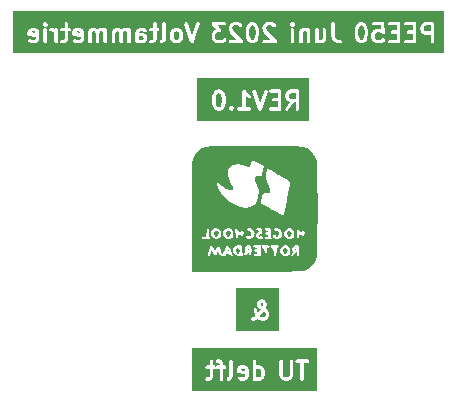
<source format=gbr>
%TF.GenerationSoftware,KiCad,Pcbnew,(7.0.0)*%
%TF.CreationDate,2023-06-14T15:09:39+02:00*%
%TF.ProjectId,PEE50_voltametrie,50454535-305f-4766-9f6c-74616d657472,rev?*%
%TF.SameCoordinates,Original*%
%TF.FileFunction,Legend,Bot*%
%TF.FilePolarity,Positive*%
%FSLAX46Y46*%
G04 Gerber Fmt 4.6, Leading zero omitted, Abs format (unit mm)*
G04 Created by KiCad (PCBNEW (7.0.0)) date 2023-06-14 15:09:39*
%MOMM*%
%LPD*%
G01*
G04 APERTURE LIST*
%ADD10C,0.300000*%
G04 APERTURE END LIST*
D10*
G36*
X174664436Y-96230852D02*
G01*
X174708150Y-96274567D01*
X174752857Y-96363981D01*
X174752857Y-96507447D01*
X174708151Y-96596857D01*
X174671145Y-96633863D01*
X174581731Y-96678571D01*
X174438267Y-96678571D01*
X174348854Y-96633864D01*
X174302173Y-96587184D01*
X174289519Y-96570311D01*
X174566807Y-96237565D01*
X174574661Y-96234137D01*
X174594647Y-96204157D01*
X174603326Y-96193743D01*
X174604547Y-96190926D01*
X174664436Y-96230852D01*
G37*
G36*
X174505339Y-95511803D02*
G01*
X174538571Y-95578267D01*
X174538571Y-95661371D01*
X174504475Y-95763658D01*
X174426991Y-95712003D01*
X174383278Y-95668289D01*
X174338571Y-95578875D01*
X174338571Y-95578268D01*
X174371803Y-95511802D01*
X174438267Y-95478571D01*
X174438874Y-95478571D01*
X174505339Y-95511803D01*
G37*
G36*
X175924286Y-97819286D02*
G01*
X172288571Y-97819286D01*
X172288571Y-96850820D01*
X173533829Y-96850820D01*
X173570422Y-96930947D01*
X173644527Y-96978571D01*
X173751925Y-96978571D01*
X173787688Y-96982432D01*
X173815102Y-96968724D01*
X173844520Y-96960087D01*
X173853802Y-96949374D01*
X173953115Y-96899717D01*
X173977779Y-96894352D01*
X174006999Y-96865131D01*
X174037270Y-96836975D01*
X174037996Y-96834134D01*
X174080504Y-96791626D01*
X174081512Y-96792969D01*
X174090145Y-96799420D01*
X174140633Y-96849906D01*
X174153523Y-96871609D01*
X174190497Y-96890096D01*
X174226770Y-96909903D01*
X174229692Y-96909693D01*
X174328551Y-96959123D01*
X174358813Y-96978571D01*
X174389466Y-96978571D01*
X174419638Y-96984001D01*
X174432730Y-96978571D01*
X174609066Y-96978571D01*
X174644830Y-96982432D01*
X174672245Y-96968724D01*
X174701662Y-96960087D01*
X174710943Y-96949375D01*
X174810261Y-96899716D01*
X174834922Y-96894352D01*
X174864133Y-96865140D01*
X174894413Y-96836975D01*
X174895139Y-96834134D01*
X174924193Y-96805080D01*
X174945895Y-96792191D01*
X174964378Y-96755224D01*
X174984188Y-96718946D01*
X174983978Y-96716023D01*
X175033409Y-96617162D01*
X175052857Y-96586901D01*
X175052857Y-96556248D01*
X175058287Y-96526076D01*
X175052857Y-96512984D01*
X175052857Y-96336646D01*
X175056718Y-96300882D01*
X175043009Y-96273466D01*
X175034373Y-96244051D01*
X175023661Y-96234769D01*
X174974002Y-96135454D01*
X174968638Y-96110793D01*
X174939423Y-96081578D01*
X174911261Y-96051301D01*
X174908420Y-96050574D01*
X174886124Y-96028278D01*
X174879852Y-96013909D01*
X174855563Y-95997716D01*
X174850816Y-95992969D01*
X174837693Y-95985803D01*
X174763206Y-95936145D01*
X174824926Y-95750988D01*
X174838571Y-95729758D01*
X174838571Y-95688446D01*
X174840066Y-95647121D01*
X174838571Y-95644599D01*
X174838571Y-95550932D01*
X174842432Y-95515168D01*
X174828723Y-95487752D01*
X174820087Y-95458337D01*
X174809375Y-95449055D01*
X174768396Y-95367099D01*
X174768602Y-95361270D01*
X174748874Y-95328056D01*
X174741660Y-95313627D01*
X174737909Y-95309595D01*
X174723618Y-95285533D01*
X174708494Y-95277971D01*
X174696975Y-95265587D01*
X174669859Y-95258653D01*
X174548594Y-95198021D01*
X174518329Y-95178571D01*
X174487676Y-95178571D01*
X174457504Y-95173141D01*
X174444412Y-95178571D01*
X174410932Y-95178571D01*
X174375168Y-95174710D01*
X174347752Y-95188418D01*
X174318337Y-95197055D01*
X174309055Y-95207766D01*
X174227099Y-95248745D01*
X174221270Y-95248540D01*
X174188056Y-95268267D01*
X174173627Y-95275482D01*
X174169595Y-95279232D01*
X174145533Y-95293524D01*
X174137971Y-95308647D01*
X174125587Y-95320167D01*
X174118653Y-95347282D01*
X174058021Y-95468547D01*
X174038571Y-95498813D01*
X174038571Y-95529466D01*
X174033141Y-95559638D01*
X174038571Y-95572730D01*
X174038571Y-95606210D01*
X174034710Y-95641973D01*
X174048417Y-95669387D01*
X174057055Y-95698805D01*
X174067767Y-95708087D01*
X174117425Y-95807401D01*
X174122790Y-95832063D01*
X174152004Y-95861277D01*
X174180167Y-95891555D01*
X174183007Y-95892281D01*
X174205303Y-95914577D01*
X174211576Y-95928947D01*
X174235864Y-95945139D01*
X174240612Y-95949887D01*
X174253734Y-95957052D01*
X174354184Y-96024019D01*
X174353924Y-96024408D01*
X174106265Y-96321600D01*
X174052857Y-96161373D01*
X174052857Y-96021289D01*
X174034373Y-95958337D01*
X173967800Y-95900652D01*
X173880608Y-95888115D01*
X173800481Y-95924708D01*
X173752857Y-95998813D01*
X173752857Y-96166909D01*
X173746627Y-96191364D01*
X173759689Y-96230552D01*
X173771341Y-96270234D01*
X173773556Y-96272153D01*
X173826035Y-96429592D01*
X173827859Y-96454765D01*
X173852649Y-96487819D01*
X173876245Y-96521771D01*
X173878954Y-96522891D01*
X173898677Y-96549189D01*
X173814003Y-96633863D01*
X173724590Y-96678571D01*
X173667003Y-96678571D01*
X173604051Y-96697055D01*
X173546366Y-96763628D01*
X173533829Y-96850820D01*
X172288571Y-96850820D01*
X172288571Y-94240714D01*
X175924286Y-94240714D01*
X175924286Y-97819286D01*
G37*
G36*
X182998289Y-72028278D02*
G01*
X183035293Y-72065282D01*
X183088470Y-72171636D01*
X183151428Y-72423468D01*
X183151428Y-72743678D01*
X183088472Y-72995501D01*
X183035294Y-73101857D01*
X182998288Y-73138863D01*
X182908874Y-73183571D01*
X182836838Y-73183571D01*
X182747427Y-73138865D01*
X182710420Y-73101859D01*
X182657242Y-72995505D01*
X182594285Y-72743677D01*
X182594285Y-72423465D01*
X182657240Y-72171642D01*
X182710421Y-72065282D01*
X182747425Y-72028277D01*
X182836838Y-71983571D01*
X182908875Y-71983571D01*
X182998289Y-72028278D01*
G37*
G36*
X173769718Y-72028278D02*
G01*
X173806722Y-72065282D01*
X173859899Y-72171636D01*
X173922857Y-72423468D01*
X173922857Y-72743678D01*
X173859901Y-72995501D01*
X173806723Y-73101857D01*
X173769717Y-73138863D01*
X173680303Y-73183571D01*
X173608267Y-73183571D01*
X173518856Y-73138865D01*
X173481849Y-73101859D01*
X173428671Y-72995505D01*
X173365714Y-72743677D01*
X173365714Y-72423465D01*
X173428669Y-72171642D01*
X173481850Y-72065282D01*
X173518854Y-72028277D01*
X173608267Y-71983571D01*
X173680304Y-71983571D01*
X173769718Y-72028278D01*
G37*
G36*
X167369720Y-72528278D02*
G01*
X167406723Y-72565281D01*
X167451430Y-72654695D01*
X167451430Y-73012447D01*
X167406722Y-73101861D01*
X167369720Y-73138863D01*
X167280306Y-73183571D01*
X167136840Y-73183571D01*
X167047429Y-73138865D01*
X167010422Y-73101859D01*
X166965716Y-73012447D01*
X166965716Y-72654696D01*
X167010423Y-72565282D01*
X167047427Y-72528277D01*
X167136840Y-72483571D01*
X167280305Y-72483571D01*
X167369720Y-72528278D01*
G37*
G36*
X164418198Y-72945374D02*
G01*
X164451430Y-73011838D01*
X164451430Y-73083875D01*
X164418197Y-73150339D01*
X164351735Y-73183571D01*
X164065412Y-73183571D01*
X164037145Y-73169438D01*
X164037145Y-72915837D01*
X164046784Y-72917572D01*
X164059876Y-72912142D01*
X164351734Y-72912142D01*
X164418198Y-72945374D01*
G37*
G36*
X159061055Y-72516803D02*
G01*
X159094287Y-72583267D01*
X159094287Y-72650601D01*
X158687057Y-72569154D01*
X158713233Y-72516802D01*
X158779697Y-72483571D01*
X158994591Y-72483571D01*
X159061055Y-72516803D01*
G37*
G36*
X155275341Y-72516803D02*
G01*
X155308573Y-72583267D01*
X155308573Y-72650601D01*
X154901343Y-72569154D01*
X154927519Y-72516802D01*
X154993983Y-72483571D01*
X155208877Y-72483571D01*
X155275341Y-72516803D01*
G37*
G36*
X188722857Y-72469285D02*
G01*
X188336838Y-72469285D01*
X188247424Y-72424578D01*
X188210419Y-72387573D01*
X188165714Y-72298161D01*
X188165714Y-72154695D01*
X188210420Y-72065281D01*
X188247424Y-72028277D01*
X188336838Y-71983571D01*
X188722857Y-71983571D01*
X188722857Y-72469285D01*
G37*
G36*
X189894286Y-74324286D02*
G01*
X153344288Y-74324286D01*
X153344288Y-72682184D01*
X154588188Y-72682184D01*
X154594288Y-72708119D01*
X154594288Y-72712282D01*
X154599209Y-72729043D01*
X154608356Y-72767931D01*
X154611528Y-72770998D01*
X154612772Y-72775234D01*
X154642969Y-72801399D01*
X154671682Y-72829163D01*
X154676009Y-72830028D01*
X154679345Y-72832919D01*
X154718897Y-72838606D01*
X155308573Y-72956542D01*
X155308573Y-73083875D01*
X155275340Y-73150339D01*
X155208878Y-73183571D01*
X154993983Y-73183571D01*
X154863507Y-73118333D01*
X154798935Y-73106712D01*
X154717568Y-73140459D01*
X154667361Y-73212839D01*
X154664256Y-73300872D01*
X154709239Y-73376609D01*
X154884267Y-73464123D01*
X154914529Y-73483571D01*
X154945182Y-73483571D01*
X154975354Y-73489001D01*
X154988446Y-73483571D01*
X155236213Y-73483571D01*
X155271976Y-73487432D01*
X155299390Y-73473724D01*
X155328808Y-73465087D01*
X155338090Y-73454374D01*
X155420045Y-73413396D01*
X155425875Y-73413602D01*
X155459088Y-73393874D01*
X155473518Y-73386660D01*
X155477549Y-73382909D01*
X155501612Y-73368618D01*
X155508351Y-73355139D01*
X155951431Y-73355139D01*
X155969915Y-73418091D01*
X156036488Y-73475776D01*
X156123680Y-73488313D01*
X156203807Y-73451720D01*
X156251431Y-73377615D01*
X156251431Y-72355820D01*
X156446688Y-72355820D01*
X156483281Y-72435947D01*
X156557386Y-72483571D01*
X156708877Y-72483571D01*
X156798291Y-72528278D01*
X156835295Y-72565282D01*
X156880002Y-72654695D01*
X156880002Y-73355139D01*
X156898486Y-73418091D01*
X156965059Y-73475776D01*
X157052251Y-73488313D01*
X157132378Y-73451720D01*
X157180002Y-73377615D01*
X157180002Y-73355820D01*
X157375260Y-73355820D01*
X157411853Y-73435947D01*
X157485958Y-73483571D01*
X157664784Y-73483571D01*
X157700547Y-73487432D01*
X157727961Y-73473724D01*
X157757379Y-73465087D01*
X157766661Y-73454374D01*
X157848616Y-73413396D01*
X157854446Y-73413602D01*
X157887664Y-73393872D01*
X157902089Y-73386660D01*
X157906118Y-73382911D01*
X157930183Y-73368619D01*
X157937745Y-73353493D01*
X157950129Y-73341975D01*
X157957061Y-73314861D01*
X158017697Y-73193590D01*
X158037145Y-73163329D01*
X158037145Y-73132676D01*
X158042575Y-73102504D01*
X158037145Y-73089412D01*
X158037145Y-72682184D01*
X158373902Y-72682184D01*
X158380002Y-72708119D01*
X158380002Y-72712282D01*
X158384923Y-72729043D01*
X158394070Y-72767931D01*
X158397242Y-72770998D01*
X158398486Y-72775234D01*
X158428683Y-72801399D01*
X158457396Y-72829163D01*
X158461723Y-72830028D01*
X158465059Y-72832919D01*
X158504611Y-72838606D01*
X159094287Y-72956542D01*
X159094287Y-73083875D01*
X159061054Y-73150339D01*
X158994592Y-73183571D01*
X158779697Y-73183571D01*
X158649221Y-73118333D01*
X158584649Y-73106712D01*
X158503282Y-73140459D01*
X158453075Y-73212839D01*
X158449970Y-73300872D01*
X158494953Y-73376609D01*
X158669981Y-73464123D01*
X158700243Y-73483571D01*
X158730896Y-73483571D01*
X158761068Y-73489001D01*
X158774160Y-73483571D01*
X159021927Y-73483571D01*
X159057690Y-73487432D01*
X159085104Y-73473724D01*
X159114522Y-73465087D01*
X159123804Y-73454374D01*
X159205759Y-73413396D01*
X159211589Y-73413602D01*
X159244802Y-73393874D01*
X159259232Y-73386660D01*
X159263263Y-73382909D01*
X159287326Y-73368618D01*
X159294887Y-73353494D01*
X159307272Y-73341975D01*
X159314205Y-73314858D01*
X159374839Y-73193590D01*
X159394287Y-73163329D01*
X159394287Y-73132677D01*
X159399717Y-73102503D01*
X159394287Y-73089411D01*
X159394287Y-72859338D01*
X159400388Y-72842102D01*
X159394287Y-72816162D01*
X159394287Y-72564638D01*
X159731714Y-72564638D01*
X159737144Y-72577730D01*
X159737144Y-73355139D01*
X159755628Y-73418091D01*
X159822201Y-73475776D01*
X159909393Y-73488313D01*
X159989520Y-73451720D01*
X160037144Y-73377615D01*
X160037144Y-72583268D01*
X160070376Y-72516802D01*
X160136840Y-72483571D01*
X160280305Y-72483571D01*
X160346770Y-72516803D01*
X160380002Y-72583267D01*
X160380002Y-73355139D01*
X160398486Y-73418091D01*
X160465059Y-73475776D01*
X160552251Y-73488313D01*
X160632378Y-73451720D01*
X160680002Y-73377615D01*
X160680002Y-72583267D01*
X160713233Y-72516802D01*
X160779697Y-72483571D01*
X160923162Y-72483571D01*
X161012577Y-72528278D01*
X161022859Y-72538560D01*
X161022859Y-73355139D01*
X161041343Y-73418091D01*
X161107916Y-73475776D01*
X161195108Y-73488313D01*
X161275235Y-73451720D01*
X161322859Y-73377615D01*
X161322859Y-72564638D01*
X161731714Y-72564638D01*
X161737144Y-72577730D01*
X161737144Y-73355139D01*
X161755628Y-73418091D01*
X161822201Y-73475776D01*
X161909393Y-73488313D01*
X161989520Y-73451720D01*
X162037144Y-73377615D01*
X162037144Y-72583268D01*
X162070376Y-72516802D01*
X162136840Y-72483571D01*
X162280305Y-72483571D01*
X162346770Y-72516803D01*
X162380002Y-72583267D01*
X162380002Y-73355139D01*
X162398486Y-73418091D01*
X162465059Y-73475776D01*
X162552251Y-73488313D01*
X162632378Y-73451720D01*
X162680002Y-73377615D01*
X162680002Y-72583267D01*
X162713233Y-72516802D01*
X162779697Y-72483571D01*
X162923162Y-72483571D01*
X163012577Y-72528278D01*
X163022859Y-72538560D01*
X163022859Y-73355139D01*
X163041343Y-73418091D01*
X163107916Y-73475776D01*
X163195108Y-73488313D01*
X163275235Y-73451720D01*
X163322859Y-73377615D01*
X163322859Y-72564639D01*
X163731715Y-72564639D01*
X163737145Y-72577731D01*
X163737145Y-72688037D01*
X163735685Y-72729444D01*
X163737145Y-72731902D01*
X163737145Y-73259478D01*
X163735685Y-73300872D01*
X163737145Y-73303330D01*
X163737145Y-73355139D01*
X163755629Y-73418091D01*
X163822202Y-73475776D01*
X163909394Y-73488313D01*
X163958465Y-73465902D01*
X163985958Y-73483571D01*
X164016611Y-73483571D01*
X164046783Y-73489001D01*
X164059875Y-73483571D01*
X164379070Y-73483571D01*
X164414833Y-73487432D01*
X164442247Y-73473724D01*
X164471665Y-73465087D01*
X164480947Y-73454374D01*
X164562902Y-73413396D01*
X164568732Y-73413602D01*
X164601945Y-73393874D01*
X164616375Y-73386660D01*
X164620406Y-73382909D01*
X164644469Y-73368618D01*
X164650867Y-73355820D01*
X164875260Y-73355820D01*
X164911853Y-73435947D01*
X164985958Y-73483571D01*
X165164784Y-73483571D01*
X165200547Y-73487432D01*
X165227961Y-73473724D01*
X165257379Y-73465087D01*
X165266661Y-73454374D01*
X165348616Y-73413396D01*
X165354446Y-73413602D01*
X165387664Y-73393872D01*
X165402089Y-73386660D01*
X165406118Y-73382911D01*
X165430183Y-73368619D01*
X165437745Y-73353493D01*
X165450129Y-73341975D01*
X165450869Y-73339081D01*
X165802338Y-73339081D01*
X165830118Y-73422674D01*
X165898682Y-73477977D01*
X165986261Y-73487432D01*
X166134330Y-73413396D01*
X166140160Y-73413602D01*
X166173378Y-73393872D01*
X166187803Y-73386660D01*
X166191832Y-73382911D01*
X166215897Y-73368619D01*
X166223459Y-73353493D01*
X166235843Y-73341975D01*
X166242775Y-73314861D01*
X166303411Y-73193590D01*
X166322859Y-73163329D01*
X166322859Y-73132676D01*
X166328289Y-73102504D01*
X166322859Y-73089412D01*
X166322859Y-72636066D01*
X166660286Y-72636066D01*
X166665716Y-72649158D01*
X166665716Y-73039782D01*
X166661855Y-73075545D01*
X166675562Y-73102959D01*
X166684200Y-73132377D01*
X166694912Y-73141659D01*
X166744569Y-73240972D01*
X166749935Y-73265636D01*
X166779155Y-73294856D01*
X166807312Y-73325127D01*
X166810152Y-73325853D01*
X166839206Y-73354907D01*
X166852096Y-73376609D01*
X166889062Y-73395092D01*
X166925341Y-73414902D01*
X166928263Y-73414692D01*
X167027124Y-73464123D01*
X167057386Y-73483571D01*
X167088039Y-73483571D01*
X167118211Y-73489001D01*
X167131303Y-73483571D01*
X167307641Y-73483571D01*
X167343404Y-73487432D01*
X167370818Y-73473724D01*
X167400236Y-73465087D01*
X167409518Y-73454374D01*
X167508832Y-73404716D01*
X167533494Y-73399352D01*
X167562708Y-73370137D01*
X167592986Y-73341975D01*
X167593712Y-73339134D01*
X167622768Y-73310079D01*
X167644469Y-73297190D01*
X167662948Y-73260231D01*
X167682762Y-73223946D01*
X167682552Y-73221021D01*
X167731982Y-73122162D01*
X167751430Y-73091901D01*
X167751430Y-73061249D01*
X167756860Y-73031075D01*
X167751430Y-73017983D01*
X167751430Y-72627361D01*
X167755291Y-72591598D01*
X167741583Y-72564183D01*
X167732946Y-72534765D01*
X167722234Y-72525483D01*
X167672576Y-72426165D01*
X167667211Y-72401505D01*
X167638003Y-72372297D01*
X167609835Y-72342015D01*
X167606994Y-72341288D01*
X167577936Y-72312231D01*
X167565049Y-72290533D01*
X167528099Y-72272058D01*
X167491803Y-72252239D01*
X167488879Y-72252448D01*
X167390025Y-72203021D01*
X167359760Y-72183571D01*
X167329107Y-72183571D01*
X167298935Y-72178141D01*
X167285843Y-72183571D01*
X167109505Y-72183571D01*
X167073741Y-72179710D01*
X167046325Y-72193418D01*
X167016910Y-72202055D01*
X167007628Y-72212766D01*
X166908313Y-72262424D01*
X166883650Y-72267790D01*
X166854419Y-72297020D01*
X166824160Y-72325167D01*
X166823433Y-72328006D01*
X166794376Y-72357064D01*
X166772678Y-72369952D01*
X166754202Y-72406903D01*
X166734384Y-72443197D01*
X166734593Y-72446121D01*
X166685166Y-72544975D01*
X166665716Y-72575241D01*
X166665716Y-72605894D01*
X166660286Y-72636066D01*
X166322859Y-72636066D01*
X166322859Y-71839221D01*
X167873771Y-71839221D01*
X168379117Y-73355262D01*
X168378506Y-73372165D01*
X168392777Y-73396243D01*
X168394519Y-73401467D01*
X168403728Y-73414718D01*
X168423421Y-73447942D01*
X168428633Y-73450554D01*
X168431962Y-73455343D01*
X168467645Y-73470104D01*
X168502175Y-73487408D01*
X168507974Y-73486787D01*
X168513360Y-73489015D01*
X168551357Y-73482142D01*
X168589761Y-73478031D01*
X168594301Y-73474375D01*
X168600042Y-73473337D01*
X168628302Y-73447001D01*
X168658376Y-73422789D01*
X168660219Y-73417257D01*
X168664485Y-73413283D01*
X168674017Y-73375865D01*
X168896807Y-72707495D01*
X170203142Y-72707495D01*
X170208572Y-72720587D01*
X170208572Y-73039782D01*
X170204711Y-73075545D01*
X170218418Y-73102959D01*
X170227056Y-73132377D01*
X170237768Y-73141659D01*
X170287426Y-73240974D01*
X170292792Y-73265637D01*
X170322005Y-73294849D01*
X170350168Y-73325127D01*
X170353009Y-73325853D01*
X170382063Y-73354906D01*
X170394953Y-73376609D01*
X170431927Y-73395096D01*
X170468200Y-73414903D01*
X170471122Y-73414693D01*
X170569981Y-73464123D01*
X170600243Y-73483571D01*
X170630896Y-73483571D01*
X170661068Y-73489001D01*
X170674160Y-73483571D01*
X171064783Y-73483571D01*
X171100546Y-73487432D01*
X171127960Y-73473724D01*
X171157378Y-73465087D01*
X171166660Y-73454374D01*
X171265974Y-73404716D01*
X171290636Y-73399352D01*
X171319850Y-73370137D01*
X171350128Y-73341975D01*
X171350854Y-73339134D01*
X171408460Y-73281530D01*
X171439904Y-73223946D01*
X171433620Y-73136083D01*
X171380831Y-73065563D01*
X171298298Y-73034779D01*
X171212223Y-73053504D01*
X171126862Y-73138863D01*
X171037448Y-73183571D01*
X170679697Y-73183571D01*
X170590284Y-73138864D01*
X170553278Y-73101859D01*
X170508572Y-73012447D01*
X170508572Y-72726125D01*
X170553279Y-72636711D01*
X170590284Y-72599705D01*
X170679697Y-72555000D01*
X170814921Y-72555000D01*
X170815253Y-72555211D01*
X170858883Y-72555000D01*
X170880140Y-72555000D01*
X170880495Y-72554895D01*
X170903340Y-72554785D01*
X170921877Y-72542745D01*
X170943092Y-72536516D01*
X170958054Y-72519247D01*
X170977214Y-72506804D01*
X170986300Y-72486649D01*
X171000777Y-72469943D01*
X171004028Y-72447329D01*
X171013419Y-72426501D01*
X171010167Y-72404636D01*
X171013314Y-72382751D01*
X171003821Y-72361964D01*
X171000461Y-72339371D01*
X170985906Y-72322737D01*
X170976721Y-72302624D01*
X170957497Y-72290270D01*
X170937830Y-72267793D01*
X171630913Y-72267793D01*
X171643976Y-72306984D01*
X171655627Y-72346662D01*
X171657842Y-72348581D01*
X171713714Y-72516197D01*
X171721362Y-72551350D01*
X171743038Y-72573026D01*
X171760533Y-72598199D01*
X171773628Y-72603616D01*
X172353583Y-73183571D01*
X171765575Y-73183571D01*
X171702623Y-73202055D01*
X171644938Y-73268628D01*
X171632401Y-73355820D01*
X171668994Y-73435947D01*
X171743099Y-73483571D01*
X172677429Y-73483571D01*
X172682484Y-73486331D01*
X172721074Y-73483571D01*
X172737283Y-73483571D01*
X172742502Y-73482038D01*
X172770347Y-73480047D01*
X172783940Y-73469871D01*
X172800235Y-73465087D01*
X172818517Y-73443987D01*
X172840866Y-73427258D01*
X172846800Y-73411346D01*
X172857920Y-73398514D01*
X172861892Y-73370883D01*
X172871650Y-73344724D01*
X172868040Y-73328130D01*
X172870457Y-73311322D01*
X172858858Y-73285925D01*
X172852925Y-73258649D01*
X172840918Y-73246642D01*
X172833864Y-73231195D01*
X172810376Y-73216100D01*
X172350070Y-72755794D01*
X173059510Y-72755794D01*
X173065714Y-72780610D01*
X173065714Y-72783710D01*
X173070931Y-72801480D01*
X173135141Y-73058317D01*
X173133282Y-73075545D01*
X173145615Y-73100212D01*
X173146853Y-73105161D01*
X173155227Y-73119435D01*
X173215996Y-73240972D01*
X173221362Y-73265636D01*
X173250582Y-73294856D01*
X173278739Y-73325127D01*
X173281579Y-73325853D01*
X173310633Y-73354907D01*
X173323523Y-73376609D01*
X173360489Y-73395092D01*
X173396768Y-73414902D01*
X173399690Y-73414692D01*
X173498551Y-73464123D01*
X173528813Y-73483571D01*
X173559466Y-73483571D01*
X173589638Y-73489001D01*
X173602730Y-73483571D01*
X173707638Y-73483571D01*
X173743402Y-73487432D01*
X173770817Y-73473724D01*
X173800234Y-73465087D01*
X173809515Y-73454375D01*
X173908833Y-73404716D01*
X173933494Y-73399352D01*
X173962705Y-73370140D01*
X173992985Y-73341975D01*
X173993711Y-73339134D01*
X174022765Y-73310080D01*
X174044467Y-73297191D01*
X174062950Y-73260224D01*
X174082760Y-73223946D01*
X174082550Y-73221023D01*
X174123644Y-73138835D01*
X174136268Y-73126966D01*
X174142956Y-73100212D01*
X174145238Y-73095649D01*
X174148169Y-73079358D01*
X174212390Y-72822472D01*
X174222857Y-72806186D01*
X174222857Y-72780606D01*
X174223609Y-72777598D01*
X174222857Y-72759093D01*
X174222857Y-72429687D01*
X174229061Y-72411349D01*
X174222857Y-72386533D01*
X174222857Y-72383432D01*
X174217639Y-72365662D01*
X174193172Y-72267793D01*
X174488055Y-72267793D01*
X174501118Y-72306984D01*
X174512769Y-72346662D01*
X174514984Y-72348581D01*
X174570856Y-72516197D01*
X174578504Y-72551350D01*
X174600180Y-72573026D01*
X174617675Y-72598199D01*
X174630770Y-72603616D01*
X175210725Y-73183571D01*
X174622717Y-73183571D01*
X174559765Y-73202055D01*
X174502080Y-73268628D01*
X174489543Y-73355820D01*
X174526136Y-73435947D01*
X174600241Y-73483571D01*
X175534571Y-73483571D01*
X175539626Y-73486331D01*
X175578216Y-73483571D01*
X175594425Y-73483571D01*
X175599644Y-73482038D01*
X175627489Y-73480047D01*
X175641082Y-73469871D01*
X175657377Y-73465087D01*
X175675659Y-73443987D01*
X175698008Y-73427258D01*
X175703942Y-73411346D01*
X175715062Y-73398514D01*
X175719034Y-73370883D01*
X175724907Y-73355139D01*
X176894286Y-73355139D01*
X176912770Y-73418091D01*
X176979343Y-73475776D01*
X177066535Y-73488313D01*
X177146662Y-73451720D01*
X177194286Y-73377615D01*
X177194286Y-72564639D01*
X177603142Y-72564639D01*
X177608572Y-72577731D01*
X177608572Y-73355139D01*
X177627056Y-73418091D01*
X177693629Y-73475776D01*
X177780821Y-73488313D01*
X177860948Y-73451720D01*
X177908572Y-73377615D01*
X177908572Y-72583267D01*
X177941803Y-72516802D01*
X178008267Y-72483571D01*
X178151732Y-72483571D01*
X178241147Y-72528278D01*
X178251429Y-72538560D01*
X178251429Y-73355139D01*
X178269913Y-73418091D01*
X178336486Y-73475776D01*
X178423678Y-73488313D01*
X178503805Y-73451720D01*
X178551429Y-73377615D01*
X178551429Y-73179561D01*
X178959780Y-73179561D01*
X178965715Y-73206843D01*
X178965715Y-73355139D01*
X178984199Y-73418091D01*
X179050772Y-73475776D01*
X179137964Y-73488313D01*
X179218091Y-73451720D01*
X179221203Y-73446877D01*
X179255694Y-73464123D01*
X179285956Y-73483571D01*
X179316609Y-73483571D01*
X179346781Y-73489001D01*
X179359873Y-73483571D01*
X179536211Y-73483571D01*
X179571974Y-73487432D01*
X179599388Y-73473724D01*
X179628806Y-73465087D01*
X179638088Y-73454374D01*
X179720043Y-73413396D01*
X179725873Y-73413602D01*
X179759091Y-73393872D01*
X179773516Y-73386660D01*
X179777545Y-73382911D01*
X179801610Y-73368619D01*
X179809172Y-73353493D01*
X179821556Y-73341975D01*
X179828488Y-73314861D01*
X179889124Y-73193590D01*
X179908572Y-73163329D01*
X179908572Y-73132676D01*
X179914002Y-73102504D01*
X179908572Y-73089412D01*
X179908572Y-72910651D01*
X180316627Y-72910651D01*
X180329690Y-72949841D01*
X180341341Y-72989520D01*
X180343556Y-72991440D01*
X180399428Y-73159055D01*
X180407076Y-73194207D01*
X180428751Y-73215882D01*
X180446247Y-73241057D01*
X180459343Y-73246474D01*
X180575368Y-73362499D01*
X180597925Y-73390516D01*
X180627003Y-73400208D01*
X180653912Y-73414902D01*
X180668048Y-73413890D01*
X180836154Y-73469926D01*
X180857385Y-73483571D01*
X180898697Y-73483571D01*
X180940022Y-73485066D01*
X180942544Y-73483571D01*
X181065854Y-73483571D01*
X181128806Y-73465087D01*
X181186491Y-73398514D01*
X181199028Y-73311322D01*
X181162435Y-73231195D01*
X181088330Y-73183571D01*
X180925772Y-73183571D01*
X180768170Y-73131037D01*
X180675390Y-73038257D01*
X180622857Y-72880658D01*
X180622857Y-72755794D01*
X182288081Y-72755794D01*
X182294285Y-72780610D01*
X182294285Y-72783710D01*
X182299502Y-72801480D01*
X182363712Y-73058317D01*
X182361853Y-73075545D01*
X182374186Y-73100212D01*
X182375424Y-73105161D01*
X182383798Y-73119435D01*
X182444567Y-73240972D01*
X182449933Y-73265636D01*
X182479153Y-73294856D01*
X182507310Y-73325127D01*
X182510150Y-73325853D01*
X182539204Y-73354907D01*
X182552094Y-73376609D01*
X182589060Y-73395092D01*
X182625339Y-73414902D01*
X182628261Y-73414692D01*
X182727122Y-73464123D01*
X182757384Y-73483571D01*
X182788037Y-73483571D01*
X182818209Y-73489001D01*
X182831301Y-73483571D01*
X182936209Y-73483571D01*
X182971973Y-73487432D01*
X182999388Y-73473724D01*
X183028805Y-73465087D01*
X183038086Y-73454375D01*
X183137404Y-73404716D01*
X183162065Y-73399352D01*
X183191276Y-73370140D01*
X183221556Y-73341975D01*
X183222282Y-73339134D01*
X183251336Y-73310080D01*
X183273038Y-73297191D01*
X183291521Y-73260224D01*
X183311331Y-73223946D01*
X183311121Y-73221023D01*
X183352215Y-73138835D01*
X183364839Y-73126966D01*
X183371527Y-73100212D01*
X183373809Y-73095649D01*
X183376740Y-73079358D01*
X183440961Y-72822472D01*
X183451428Y-72806186D01*
X183451428Y-72780606D01*
X183452180Y-72777598D01*
X183451428Y-72759093D01*
X183451428Y-72707495D01*
X183717426Y-72707495D01*
X183722856Y-72720587D01*
X183722856Y-73039782D01*
X183718995Y-73075545D01*
X183732702Y-73102959D01*
X183741340Y-73132377D01*
X183752052Y-73141659D01*
X183801710Y-73240974D01*
X183807076Y-73265637D01*
X183836289Y-73294849D01*
X183864452Y-73325127D01*
X183867293Y-73325853D01*
X183896347Y-73354906D01*
X183909237Y-73376609D01*
X183946211Y-73395096D01*
X183982484Y-73414903D01*
X183985406Y-73414693D01*
X184084265Y-73464123D01*
X184114527Y-73483571D01*
X184145180Y-73483571D01*
X184175352Y-73489001D01*
X184188444Y-73483571D01*
X184507639Y-73483571D01*
X184543402Y-73487432D01*
X184570816Y-73473724D01*
X184600234Y-73465087D01*
X184609516Y-73454374D01*
X184708829Y-73404717D01*
X184733493Y-73399352D01*
X184762713Y-73370131D01*
X184778099Y-73355820D01*
X185146686Y-73355820D01*
X185183279Y-73435947D01*
X185257384Y-73483571D01*
X186004983Y-73483571D01*
X186037963Y-73488313D01*
X186068269Y-73474472D01*
X186100234Y-73465087D01*
X186107708Y-73456461D01*
X186118090Y-73451720D01*
X186136102Y-73423692D01*
X186157919Y-73398514D01*
X186159543Y-73387216D01*
X186165714Y-73377615D01*
X186165714Y-73355820D01*
X186503829Y-73355820D01*
X186540422Y-73435947D01*
X186614527Y-73483571D01*
X187362126Y-73483571D01*
X187395106Y-73488313D01*
X187425412Y-73474472D01*
X187457377Y-73465087D01*
X187464851Y-73456461D01*
X187475233Y-73451720D01*
X187493245Y-73423692D01*
X187515062Y-73398514D01*
X187516686Y-73387216D01*
X187522857Y-73377615D01*
X187522857Y-73344302D01*
X187527599Y-73311322D01*
X187522857Y-73300939D01*
X187522857Y-72558588D01*
X187527599Y-72525608D01*
X187522857Y-72515225D01*
X187522857Y-72136067D01*
X187860284Y-72136067D01*
X187865714Y-72149159D01*
X187865714Y-72325495D01*
X187861853Y-72361258D01*
X187875560Y-72388672D01*
X187884198Y-72418091D01*
X187894909Y-72427372D01*
X187944567Y-72526688D01*
X187949932Y-72551350D01*
X187979137Y-72580555D01*
X188007309Y-72610841D01*
X188010149Y-72611567D01*
X188039206Y-72640624D01*
X188052095Y-72662324D01*
X188089044Y-72680798D01*
X188125340Y-72700618D01*
X188128264Y-72700408D01*
X188227122Y-72749837D01*
X188257384Y-72769285D01*
X188288036Y-72769285D01*
X188318210Y-72774715D01*
X188331302Y-72769285D01*
X188722857Y-72769285D01*
X188722857Y-73355139D01*
X188741341Y-73418091D01*
X188807914Y-73475776D01*
X188895106Y-73488313D01*
X188975233Y-73451720D01*
X189022857Y-73377615D01*
X189022857Y-72630016D01*
X189027599Y-72597036D01*
X189022857Y-72586653D01*
X189022857Y-71844302D01*
X189027599Y-71811322D01*
X189013758Y-71781015D01*
X189004373Y-71749051D01*
X188995747Y-71741576D01*
X188991006Y-71731195D01*
X188962978Y-71713182D01*
X188937800Y-71691366D01*
X188926502Y-71689741D01*
X188916901Y-71683571D01*
X188883588Y-71683571D01*
X188850608Y-71678829D01*
X188840225Y-71683571D01*
X188309503Y-71683571D01*
X188273739Y-71679710D01*
X188246323Y-71693418D01*
X188216908Y-71702055D01*
X188207626Y-71712766D01*
X188108311Y-71762425D01*
X188083650Y-71767790D01*
X188054435Y-71797004D01*
X188024158Y-71825167D01*
X188023431Y-71828007D01*
X187994375Y-71857062D01*
X187972675Y-71869952D01*
X187954194Y-71906912D01*
X187934382Y-71943196D01*
X187934591Y-71946119D01*
X187885159Y-72044982D01*
X187865714Y-72075241D01*
X187865714Y-72105892D01*
X187860284Y-72136067D01*
X187522857Y-72136067D01*
X187522857Y-71844302D01*
X187527599Y-71811322D01*
X187513758Y-71781015D01*
X187504373Y-71749051D01*
X187495747Y-71741576D01*
X187491006Y-71731195D01*
X187462978Y-71713182D01*
X187437800Y-71691366D01*
X187426502Y-71689741D01*
X187416901Y-71683571D01*
X187383588Y-71683571D01*
X187350608Y-71678829D01*
X187340225Y-71683571D01*
X186637003Y-71683571D01*
X186574051Y-71702055D01*
X186516366Y-71768628D01*
X186503829Y-71855820D01*
X186540422Y-71935947D01*
X186614527Y-71983571D01*
X187222857Y-71983571D01*
X187222857Y-72397857D01*
X186851289Y-72397857D01*
X186788337Y-72416341D01*
X186730652Y-72482914D01*
X186718115Y-72570106D01*
X186754708Y-72650233D01*
X186828813Y-72697857D01*
X187222857Y-72697857D01*
X187222857Y-73183571D01*
X186637003Y-73183571D01*
X186574051Y-73202055D01*
X186516366Y-73268628D01*
X186503829Y-73355820D01*
X186165714Y-73355820D01*
X186165714Y-73344302D01*
X186170456Y-73311322D01*
X186165714Y-73300939D01*
X186165714Y-72558588D01*
X186170456Y-72525608D01*
X186165714Y-72515225D01*
X186165714Y-71844302D01*
X186170456Y-71811322D01*
X186156615Y-71781015D01*
X186147230Y-71749051D01*
X186138604Y-71741576D01*
X186133863Y-71731195D01*
X186105835Y-71713182D01*
X186080657Y-71691366D01*
X186069359Y-71689741D01*
X186059758Y-71683571D01*
X186026445Y-71683571D01*
X185993465Y-71678829D01*
X185983082Y-71683571D01*
X185279860Y-71683571D01*
X185216908Y-71702055D01*
X185159223Y-71768628D01*
X185146686Y-71855820D01*
X185183279Y-71935947D01*
X185257384Y-71983571D01*
X185865714Y-71983571D01*
X185865714Y-72397857D01*
X185494146Y-72397857D01*
X185431194Y-72416341D01*
X185373509Y-72482914D01*
X185360972Y-72570106D01*
X185397565Y-72650233D01*
X185471670Y-72697857D01*
X185865714Y-72697857D01*
X185865714Y-73183571D01*
X185279860Y-73183571D01*
X185216908Y-73202055D01*
X185159223Y-73268628D01*
X185146686Y-73355820D01*
X184778099Y-73355820D01*
X184792984Y-73341975D01*
X184793710Y-73339134D01*
X184851316Y-73281529D01*
X184882759Y-73223946D01*
X184876474Y-73136082D01*
X184823685Y-73065563D01*
X184741152Y-73034780D01*
X184655076Y-73053504D01*
X184569716Y-73138864D01*
X184480304Y-73183571D01*
X184193981Y-73183571D01*
X184104568Y-73138864D01*
X184067562Y-73101859D01*
X184022856Y-73012447D01*
X184022856Y-72726125D01*
X184067563Y-72636711D01*
X184104568Y-72599705D01*
X184193981Y-72555000D01*
X184480304Y-72555000D01*
X184569717Y-72599706D01*
X184602424Y-72632413D01*
X184607546Y-72645043D01*
X184633027Y-72663016D01*
X184639183Y-72669173D01*
X184650566Y-72675389D01*
X184679528Y-72695818D01*
X184688703Y-72696214D01*
X184696767Y-72700617D01*
X184732122Y-72698088D01*
X184767535Y-72699617D01*
X184775470Y-72694988D01*
X184784630Y-72694333D01*
X184813003Y-72673093D01*
X184843623Y-72655232D01*
X184847795Y-72647049D01*
X184855150Y-72641544D01*
X184867539Y-72608327D01*
X184883637Y-72576757D01*
X184882723Y-72567619D01*
X184885934Y-72559011D01*
X184878398Y-72524372D01*
X184809645Y-71836829D01*
X184813313Y-71811322D01*
X184796359Y-71774198D01*
X184781024Y-71736384D01*
X184778170Y-71734371D01*
X184776720Y-71731195D01*
X184742388Y-71709131D01*
X184709042Y-71685610D01*
X184705553Y-71685459D01*
X184702615Y-71683571D01*
X184661807Y-71683571D01*
X184621035Y-71681811D01*
X184618018Y-71683571D01*
X183922717Y-71683571D01*
X183859765Y-71702055D01*
X183802080Y-71768628D01*
X183789543Y-71855820D01*
X183826136Y-71935947D01*
X183900241Y-71983571D01*
X184522823Y-71983571D01*
X184549965Y-72255000D01*
X184529107Y-72255000D01*
X184498932Y-72249570D01*
X184485840Y-72255000D01*
X184166647Y-72255000D01*
X184130884Y-72251139D01*
X184103469Y-72264846D01*
X184074051Y-72273484D01*
X184064769Y-72284195D01*
X183965453Y-72333853D01*
X183940792Y-72339218D01*
X183911580Y-72368429D01*
X183881301Y-72396595D01*
X183880574Y-72399435D01*
X183851517Y-72428492D01*
X183829818Y-72441381D01*
X183811342Y-72478332D01*
X183791524Y-72514626D01*
X183791733Y-72517550D01*
X183742306Y-72616404D01*
X183722856Y-72646670D01*
X183722856Y-72677323D01*
X183717426Y-72707495D01*
X183451428Y-72707495D01*
X183451428Y-72429687D01*
X183457632Y-72411349D01*
X183451428Y-72386533D01*
X183451428Y-72383432D01*
X183446210Y-72365662D01*
X183382001Y-72108822D01*
X183383861Y-72091596D01*
X183371528Y-72066931D01*
X183370291Y-72061981D01*
X183361914Y-72047704D01*
X183301146Y-71926168D01*
X183295781Y-71901505D01*
X183266550Y-71872274D01*
X183238404Y-71842015D01*
X183235564Y-71841288D01*
X183206506Y-71812231D01*
X183193619Y-71790533D01*
X183156665Y-71772056D01*
X183120374Y-71752239D01*
X183117449Y-71752448D01*
X183018587Y-71703016D01*
X182988329Y-71683571D01*
X182957678Y-71683571D01*
X182927504Y-71678141D01*
X182914412Y-71683571D01*
X182809503Y-71683571D01*
X182773739Y-71679710D01*
X182746323Y-71693418D01*
X182716908Y-71702055D01*
X182707626Y-71712766D01*
X182608311Y-71762424D01*
X182583648Y-71767790D01*
X182554417Y-71797020D01*
X182524158Y-71825167D01*
X182523431Y-71828006D01*
X182494374Y-71857064D01*
X182472676Y-71869952D01*
X182454200Y-71906903D01*
X182434382Y-71943197D01*
X182434591Y-71946121D01*
X182393499Y-72028305D01*
X182380875Y-72040176D01*
X182374186Y-72066932D01*
X182371905Y-72071494D01*
X182368974Y-72087779D01*
X182304751Y-72344669D01*
X182294285Y-72360956D01*
X182294285Y-72386536D01*
X182293533Y-72389544D01*
X182294285Y-72408049D01*
X182294285Y-72737455D01*
X182288081Y-72755794D01*
X180622857Y-72755794D01*
X180622857Y-71812003D01*
X180604373Y-71749051D01*
X180537800Y-71691366D01*
X180450608Y-71678829D01*
X180370481Y-71715422D01*
X180322857Y-71789527D01*
X180322857Y-72886195D01*
X180316627Y-72910651D01*
X179908572Y-72910651D01*
X179908572Y-72312003D01*
X179890088Y-72249051D01*
X179823515Y-72191366D01*
X179736323Y-72178829D01*
X179656196Y-72215422D01*
X179608572Y-72289527D01*
X179608572Y-73083875D01*
X179575340Y-73150338D01*
X179508876Y-73183571D01*
X179365410Y-73183571D01*
X179275999Y-73138865D01*
X179265715Y-73128581D01*
X179265715Y-72312003D01*
X179247231Y-72249051D01*
X179180658Y-72191366D01*
X179093466Y-72178829D01*
X179013339Y-72215422D01*
X178965715Y-72289527D01*
X178965715Y-73163648D01*
X178959780Y-73179561D01*
X178551429Y-73179561D01*
X178551429Y-72503493D01*
X178557364Y-72487580D01*
X178551429Y-72460299D01*
X178551429Y-72312003D01*
X178532945Y-72249051D01*
X178466372Y-72191366D01*
X178379180Y-72178829D01*
X178299053Y-72215422D01*
X178295940Y-72220265D01*
X178261452Y-72203021D01*
X178231187Y-72183571D01*
X178200534Y-72183571D01*
X178170362Y-72178141D01*
X178157270Y-72183571D01*
X177980932Y-72183571D01*
X177945168Y-72179710D01*
X177917752Y-72193418D01*
X177888337Y-72202055D01*
X177879055Y-72212766D01*
X177797099Y-72253745D01*
X177791270Y-72253540D01*
X177758056Y-72273267D01*
X177743627Y-72280482D01*
X177739595Y-72284232D01*
X177715533Y-72298524D01*
X177707971Y-72313647D01*
X177695587Y-72325167D01*
X177688653Y-72352282D01*
X177628017Y-72473554D01*
X177608572Y-72503813D01*
X177608572Y-72534464D01*
X177603142Y-72564639D01*
X177194286Y-72564639D01*
X177194286Y-72312003D01*
X177175802Y-72249051D01*
X177109229Y-72191366D01*
X177022037Y-72178829D01*
X176941910Y-72215422D01*
X176894286Y-72289527D01*
X176894286Y-73355139D01*
X175724907Y-73355139D01*
X175728792Y-73344724D01*
X175725182Y-73328130D01*
X175727599Y-73311322D01*
X175716000Y-73285925D01*
X175710067Y-73258649D01*
X175698060Y-73246642D01*
X175691006Y-73231195D01*
X175667518Y-73216100D01*
X174846818Y-72395400D01*
X174794285Y-72237800D01*
X174794285Y-72154696D01*
X174838992Y-72065281D01*
X174875996Y-72028277D01*
X174965410Y-71983571D01*
X175251732Y-71983571D01*
X175341146Y-72028278D01*
X175410613Y-72097745D01*
X175468196Y-72129188D01*
X175556060Y-72122903D01*
X175626579Y-72070114D01*
X175657362Y-71987581D01*
X175638638Y-71901505D01*
X175630981Y-71893848D01*
X176816922Y-71893848D01*
X176824003Y-71926400D01*
X176826381Y-71959632D01*
X176833221Y-71968770D01*
X176835648Y-71979923D01*
X176859200Y-72003475D01*
X176879170Y-72030152D01*
X176889867Y-72034142D01*
X176911147Y-72055420D01*
X176912770Y-72060948D01*
X176933867Y-72079229D01*
X176950599Y-72101580D01*
X176966512Y-72107515D01*
X176979343Y-72118633D01*
X176996150Y-72121049D01*
X177011056Y-72129189D01*
X177022439Y-72128374D01*
X177033133Y-72132363D01*
X177049726Y-72128753D01*
X177066535Y-72131170D01*
X177081984Y-72124114D01*
X177098919Y-72122903D01*
X177108054Y-72116064D01*
X177119208Y-72113638D01*
X177131214Y-72101631D01*
X177146662Y-72094577D01*
X177155843Y-72080290D01*
X177169438Y-72070114D01*
X177173426Y-72059419D01*
X177214193Y-72018652D01*
X177240865Y-71998687D01*
X177252508Y-71967470D01*
X177268474Y-71938232D01*
X177267659Y-71926849D01*
X177271649Y-71916154D01*
X177264565Y-71883593D01*
X177262189Y-71850368D01*
X177255350Y-71841232D01*
X177252924Y-71830079D01*
X177229365Y-71806519D01*
X177209400Y-71779849D01*
X177198706Y-71775860D01*
X177177425Y-71754578D01*
X177175802Y-71749051D01*
X177154704Y-71730770D01*
X177137973Y-71708419D01*
X177122059Y-71702483D01*
X177109229Y-71691366D01*
X177092421Y-71688949D01*
X177077518Y-71680811D01*
X177066134Y-71681625D01*
X177055439Y-71677636D01*
X177038845Y-71681245D01*
X177022037Y-71678829D01*
X177006589Y-71685883D01*
X176989655Y-71687095D01*
X176980518Y-71693934D01*
X176969364Y-71696361D01*
X176957357Y-71708367D01*
X176941910Y-71715422D01*
X176932730Y-71729706D01*
X176919135Y-71739883D01*
X176915145Y-71750579D01*
X176874378Y-71791346D01*
X176847705Y-71811314D01*
X176836062Y-71842529D01*
X176820096Y-71871769D01*
X176820910Y-71883154D01*
X176816922Y-71893848D01*
X175630981Y-71893848D01*
X175549363Y-71812231D01*
X175536476Y-71790533D01*
X175499524Y-71772057D01*
X175463231Y-71752239D01*
X175460306Y-71752448D01*
X175361452Y-71703021D01*
X175331187Y-71683571D01*
X175300534Y-71683571D01*
X175270362Y-71678141D01*
X175257270Y-71683571D01*
X174938075Y-71683571D01*
X174902311Y-71679710D01*
X174874895Y-71693418D01*
X174845480Y-71702055D01*
X174836198Y-71712766D01*
X174736883Y-71762425D01*
X174712222Y-71767790D01*
X174683007Y-71797004D01*
X174652730Y-71825167D01*
X174652003Y-71828007D01*
X174622947Y-71857062D01*
X174601247Y-71869952D01*
X174582766Y-71906912D01*
X174562954Y-71943196D01*
X174563163Y-71946119D01*
X174513735Y-72044975D01*
X174494285Y-72075241D01*
X174494285Y-72105894D01*
X174488855Y-72136066D01*
X174494285Y-72149158D01*
X174494285Y-72243336D01*
X174488055Y-72267793D01*
X174193172Y-72267793D01*
X174153430Y-72108822D01*
X174155290Y-72091596D01*
X174142957Y-72066931D01*
X174141720Y-72061981D01*
X174133343Y-72047704D01*
X174072575Y-71926168D01*
X174067210Y-71901505D01*
X174037979Y-71872274D01*
X174009833Y-71842015D01*
X174006993Y-71841288D01*
X173977935Y-71812231D01*
X173965048Y-71790533D01*
X173928094Y-71772056D01*
X173891803Y-71752239D01*
X173888878Y-71752448D01*
X173790016Y-71703016D01*
X173759758Y-71683571D01*
X173729107Y-71683571D01*
X173698933Y-71678141D01*
X173685841Y-71683571D01*
X173580932Y-71683571D01*
X173545168Y-71679710D01*
X173517752Y-71693418D01*
X173488337Y-71702055D01*
X173479055Y-71712766D01*
X173379740Y-71762424D01*
X173355077Y-71767790D01*
X173325846Y-71797020D01*
X173295587Y-71825167D01*
X173294860Y-71828006D01*
X173265803Y-71857064D01*
X173244105Y-71869952D01*
X173225629Y-71906903D01*
X173205811Y-71943197D01*
X173206020Y-71946121D01*
X173164928Y-72028305D01*
X173152304Y-72040176D01*
X173145615Y-72066932D01*
X173143334Y-72071494D01*
X173140403Y-72087779D01*
X173076180Y-72344669D01*
X173065714Y-72360956D01*
X173065714Y-72386536D01*
X173064962Y-72389544D01*
X173065714Y-72408049D01*
X173065714Y-72737455D01*
X173059510Y-72755794D01*
X172350070Y-72755794D01*
X171989676Y-72395400D01*
X171937143Y-72237800D01*
X171937143Y-72154696D01*
X171981850Y-72065281D01*
X172018854Y-72028277D01*
X172108268Y-71983571D01*
X172394590Y-71983571D01*
X172484004Y-72028278D01*
X172553471Y-72097745D01*
X172611054Y-72129188D01*
X172698918Y-72122903D01*
X172769437Y-72070114D01*
X172800220Y-71987581D01*
X172781496Y-71901505D01*
X172692221Y-71812231D01*
X172679334Y-71790533D01*
X172642382Y-71772057D01*
X172606089Y-71752239D01*
X172603164Y-71752448D01*
X172504310Y-71703021D01*
X172474045Y-71683571D01*
X172443392Y-71683571D01*
X172413220Y-71678141D01*
X172400128Y-71683571D01*
X172080933Y-71683571D01*
X172045169Y-71679710D01*
X172017753Y-71693418D01*
X171988338Y-71702055D01*
X171979056Y-71712766D01*
X171879741Y-71762425D01*
X171855080Y-71767790D01*
X171825865Y-71797004D01*
X171795588Y-71825167D01*
X171794861Y-71828007D01*
X171765805Y-71857062D01*
X171744105Y-71869952D01*
X171725624Y-71906912D01*
X171705812Y-71943196D01*
X171706021Y-71946119D01*
X171656593Y-72044975D01*
X171637143Y-72075241D01*
X171637143Y-72105894D01*
X171631713Y-72136066D01*
X171637143Y-72149158D01*
X171637143Y-72243336D01*
X171630913Y-72267793D01*
X170937830Y-72267793D01*
X170689137Y-71983571D01*
X171308712Y-71983571D01*
X171371664Y-71965087D01*
X171429349Y-71898514D01*
X171441886Y-71811322D01*
X171405293Y-71731195D01*
X171331188Y-71683571D01*
X170402224Y-71683571D01*
X170401891Y-71683359D01*
X170358157Y-71683571D01*
X170337004Y-71683571D01*
X170336648Y-71683675D01*
X170313804Y-71683786D01*
X170295266Y-71695825D01*
X170274052Y-71702055D01*
X170259089Y-71719323D01*
X170239930Y-71731767D01*
X170230843Y-71751921D01*
X170216367Y-71768628D01*
X170213115Y-71791241D01*
X170203725Y-71812070D01*
X170206976Y-71833935D01*
X170203830Y-71855820D01*
X170213321Y-71876603D01*
X170216682Y-71899200D01*
X170231238Y-71915836D01*
X170240423Y-71935947D01*
X170259644Y-71948299D01*
X170552011Y-72282434D01*
X170550485Y-72284195D01*
X170451169Y-72333853D01*
X170426508Y-72339218D01*
X170397296Y-72368429D01*
X170367017Y-72396595D01*
X170366290Y-72399435D01*
X170337233Y-72428492D01*
X170315534Y-72441381D01*
X170297058Y-72478332D01*
X170277240Y-72514626D01*
X170277449Y-72517550D01*
X170228022Y-72616404D01*
X170208572Y-72646670D01*
X170208572Y-72677323D01*
X170203142Y-72707495D01*
X168896807Y-72707495D01*
X169179124Y-71860544D01*
X169181496Y-71794977D01*
X169136581Y-71719200D01*
X169057828Y-71679734D01*
X168970241Y-71689111D01*
X168901626Y-71744353D01*
X168530000Y-72859229D01*
X168165483Y-71765676D01*
X168128040Y-71711799D01*
X168046642Y-71678127D01*
X167959960Y-71693806D01*
X167895517Y-71753859D01*
X167873771Y-71839221D01*
X166322859Y-71839221D01*
X166322859Y-71812003D01*
X166304375Y-71749051D01*
X166237802Y-71691366D01*
X166150610Y-71678829D01*
X166070483Y-71715422D01*
X166022859Y-71789527D01*
X166022859Y-73083875D01*
X165989627Y-73150338D01*
X165872200Y-73209053D01*
X165824160Y-73253738D01*
X165802338Y-73339081D01*
X165450869Y-73339081D01*
X165457061Y-73314861D01*
X165517697Y-73193590D01*
X165537145Y-73163329D01*
X165537145Y-73132676D01*
X165542575Y-73102504D01*
X165537145Y-73089412D01*
X165537145Y-72483571D01*
X165622998Y-72483571D01*
X165685950Y-72465087D01*
X165743635Y-72398514D01*
X165756172Y-72311322D01*
X165719579Y-72231195D01*
X165645474Y-72183571D01*
X165537145Y-72183571D01*
X165537145Y-71812003D01*
X165518661Y-71749051D01*
X165452088Y-71691366D01*
X165364896Y-71678829D01*
X165284769Y-71715422D01*
X165237145Y-71789527D01*
X165237145Y-72183571D01*
X165008434Y-72183571D01*
X164945482Y-72202055D01*
X164887797Y-72268628D01*
X164875260Y-72355820D01*
X164911853Y-72435947D01*
X164985958Y-72483571D01*
X165237145Y-72483571D01*
X165237145Y-73083875D01*
X165203913Y-73150338D01*
X165137449Y-73183571D01*
X165008434Y-73183571D01*
X164945482Y-73202055D01*
X164887797Y-73268628D01*
X164875260Y-73355820D01*
X164650867Y-73355820D01*
X164652030Y-73353494D01*
X164664415Y-73341975D01*
X164671348Y-73314858D01*
X164731982Y-73193590D01*
X164751430Y-73163329D01*
X164751430Y-73132677D01*
X164756860Y-73102503D01*
X164751430Y-73089411D01*
X164751430Y-72984504D01*
X164755291Y-72948741D01*
X164741583Y-72921326D01*
X164732946Y-72891908D01*
X164722234Y-72882626D01*
X164681256Y-72800669D01*
X164681462Y-72794841D01*
X164661739Y-72761636D01*
X164654521Y-72747198D01*
X164650768Y-72743163D01*
X164636478Y-72719104D01*
X164621354Y-72711542D01*
X164609835Y-72699158D01*
X164582718Y-72692224D01*
X164461454Y-72631592D01*
X164431189Y-72612142D01*
X164400536Y-72612142D01*
X164370364Y-72606712D01*
X164357272Y-72612142D01*
X164065412Y-72612142D01*
X164037145Y-72598009D01*
X164037145Y-72583267D01*
X164070376Y-72516802D01*
X164136840Y-72483571D01*
X164351734Y-72483571D01*
X164482210Y-72548809D01*
X164546783Y-72560430D01*
X164628150Y-72526683D01*
X164678357Y-72454303D01*
X164681462Y-72366270D01*
X164636478Y-72290533D01*
X164461454Y-72203021D01*
X164431189Y-72183571D01*
X164400536Y-72183571D01*
X164370364Y-72178141D01*
X164357272Y-72183571D01*
X164109505Y-72183571D01*
X164073741Y-72179710D01*
X164046325Y-72193418D01*
X164016910Y-72202055D01*
X164007628Y-72212766D01*
X163925672Y-72253745D01*
X163919843Y-72253540D01*
X163886629Y-72273267D01*
X163872200Y-72280482D01*
X163868168Y-72284232D01*
X163844106Y-72298524D01*
X163836544Y-72313647D01*
X163824160Y-72325167D01*
X163817226Y-72352282D01*
X163756590Y-72473554D01*
X163737145Y-72503813D01*
X163737145Y-72534464D01*
X163731715Y-72564639D01*
X163322859Y-72564639D01*
X163322859Y-72503493D01*
X163328794Y-72487580D01*
X163322859Y-72460299D01*
X163322859Y-72312003D01*
X163304375Y-72249051D01*
X163237802Y-72191366D01*
X163150610Y-72178829D01*
X163070483Y-72215422D01*
X163067370Y-72220265D01*
X163032882Y-72203021D01*
X163002617Y-72183571D01*
X162971964Y-72183571D01*
X162941792Y-72178141D01*
X162928700Y-72183571D01*
X162752362Y-72183571D01*
X162716598Y-72179710D01*
X162689182Y-72193418D01*
X162659767Y-72202055D01*
X162650485Y-72212766D01*
X162568529Y-72253745D01*
X162562700Y-72253540D01*
X162535325Y-72269799D01*
X162511290Y-72263653D01*
X162390025Y-72203021D01*
X162359760Y-72183571D01*
X162329107Y-72183571D01*
X162298935Y-72178141D01*
X162285843Y-72183571D01*
X162109505Y-72183571D01*
X162073741Y-72179710D01*
X162046325Y-72193418D01*
X162016910Y-72202055D01*
X162007628Y-72212766D01*
X161925672Y-72253745D01*
X161919843Y-72253540D01*
X161886629Y-72273267D01*
X161872200Y-72280482D01*
X161868168Y-72284232D01*
X161844106Y-72298524D01*
X161836544Y-72313647D01*
X161824160Y-72325167D01*
X161817226Y-72352282D01*
X161756594Y-72473547D01*
X161737144Y-72503813D01*
X161737144Y-72534466D01*
X161731714Y-72564638D01*
X161322859Y-72564638D01*
X161322859Y-72503493D01*
X161328794Y-72487580D01*
X161322859Y-72460299D01*
X161322859Y-72312003D01*
X161304375Y-72249051D01*
X161237802Y-72191366D01*
X161150610Y-72178829D01*
X161070483Y-72215422D01*
X161067370Y-72220265D01*
X161032882Y-72203021D01*
X161002617Y-72183571D01*
X160971964Y-72183571D01*
X160941792Y-72178141D01*
X160928700Y-72183571D01*
X160752362Y-72183571D01*
X160716598Y-72179710D01*
X160689182Y-72193418D01*
X160659767Y-72202055D01*
X160650485Y-72212766D01*
X160568529Y-72253745D01*
X160562700Y-72253540D01*
X160535325Y-72269799D01*
X160511290Y-72263653D01*
X160390025Y-72203021D01*
X160359760Y-72183571D01*
X160329107Y-72183571D01*
X160298935Y-72178141D01*
X160285843Y-72183571D01*
X160109505Y-72183571D01*
X160073741Y-72179710D01*
X160046325Y-72193418D01*
X160016910Y-72202055D01*
X160007628Y-72212766D01*
X159925672Y-72253745D01*
X159919843Y-72253540D01*
X159886629Y-72273267D01*
X159872200Y-72280482D01*
X159868168Y-72284232D01*
X159844106Y-72298524D01*
X159836544Y-72313647D01*
X159824160Y-72325167D01*
X159817226Y-72352282D01*
X159756594Y-72473547D01*
X159737144Y-72503813D01*
X159737144Y-72534466D01*
X159731714Y-72564638D01*
X159394287Y-72564638D01*
X159394287Y-72555933D01*
X159398148Y-72520170D01*
X159384440Y-72492755D01*
X159375803Y-72463337D01*
X159365091Y-72454055D01*
X159324113Y-72372098D01*
X159324319Y-72366270D01*
X159304596Y-72333065D01*
X159297378Y-72318627D01*
X159293625Y-72314592D01*
X159279335Y-72290533D01*
X159264211Y-72282971D01*
X159252692Y-72270587D01*
X159225575Y-72263653D01*
X159104311Y-72203021D01*
X159074046Y-72183571D01*
X159043393Y-72183571D01*
X159013221Y-72178141D01*
X159000129Y-72183571D01*
X158752362Y-72183571D01*
X158716598Y-72179710D01*
X158689182Y-72193418D01*
X158659767Y-72202055D01*
X158650485Y-72212766D01*
X158568529Y-72253745D01*
X158562700Y-72253540D01*
X158529486Y-72273267D01*
X158515057Y-72280482D01*
X158511025Y-72284232D01*
X158486963Y-72298524D01*
X158479401Y-72313647D01*
X158467017Y-72325167D01*
X158460083Y-72352282D01*
X158399447Y-72473554D01*
X158380002Y-72503813D01*
X158380002Y-72534464D01*
X158374572Y-72564639D01*
X158380002Y-72577731D01*
X158380002Y-72664950D01*
X158373902Y-72682184D01*
X158037145Y-72682184D01*
X158037145Y-72483571D01*
X158122998Y-72483571D01*
X158185950Y-72465087D01*
X158243635Y-72398514D01*
X158256172Y-72311322D01*
X158219579Y-72231195D01*
X158145474Y-72183571D01*
X158037145Y-72183571D01*
X158037145Y-71812003D01*
X158018661Y-71749051D01*
X157952088Y-71691366D01*
X157864896Y-71678829D01*
X157784769Y-71715422D01*
X157737145Y-71789527D01*
X157737145Y-72183571D01*
X157508434Y-72183571D01*
X157445482Y-72202055D01*
X157387797Y-72268628D01*
X157375260Y-72355820D01*
X157411853Y-72435947D01*
X157485958Y-72483571D01*
X157737145Y-72483571D01*
X157737145Y-73083875D01*
X157703913Y-73150338D01*
X157637449Y-73183571D01*
X157508434Y-73183571D01*
X157445482Y-73202055D01*
X157387797Y-73268628D01*
X157375260Y-73355820D01*
X157180002Y-73355820D01*
X157180002Y-72627360D01*
X157183863Y-72591596D01*
X157180002Y-72583874D01*
X157180002Y-72312003D01*
X157161518Y-72249051D01*
X157094945Y-72191366D01*
X157007753Y-72178829D01*
X156927626Y-72215422D01*
X156907143Y-72247293D01*
X156818589Y-72203016D01*
X156788331Y-72183571D01*
X156757680Y-72183571D01*
X156727506Y-72178141D01*
X156714414Y-72183571D01*
X156579862Y-72183571D01*
X156516910Y-72202055D01*
X156459225Y-72268628D01*
X156446688Y-72355820D01*
X156251431Y-72355820D01*
X156251431Y-72312003D01*
X156232947Y-72249051D01*
X156166374Y-72191366D01*
X156079182Y-72178829D01*
X155999055Y-72215422D01*
X155951431Y-72289527D01*
X155951431Y-73355139D01*
X155508351Y-73355139D01*
X155509173Y-73353494D01*
X155521558Y-73341975D01*
X155528491Y-73314858D01*
X155589125Y-73193590D01*
X155608573Y-73163329D01*
X155608573Y-73132677D01*
X155614003Y-73102503D01*
X155608573Y-73089411D01*
X155608573Y-72859338D01*
X155614674Y-72842102D01*
X155608573Y-72816162D01*
X155608573Y-72555933D01*
X155612434Y-72520170D01*
X155598726Y-72492755D01*
X155590089Y-72463337D01*
X155579377Y-72454055D01*
X155538399Y-72372098D01*
X155538605Y-72366270D01*
X155518882Y-72333065D01*
X155511664Y-72318627D01*
X155507911Y-72314592D01*
X155493621Y-72290533D01*
X155478497Y-72282971D01*
X155466978Y-72270587D01*
X155439861Y-72263653D01*
X155318597Y-72203021D01*
X155288332Y-72183571D01*
X155257679Y-72183571D01*
X155227507Y-72178141D01*
X155214415Y-72183571D01*
X154966648Y-72183571D01*
X154930884Y-72179710D01*
X154903468Y-72193418D01*
X154874053Y-72202055D01*
X154864771Y-72212766D01*
X154782815Y-72253745D01*
X154776986Y-72253540D01*
X154743772Y-72273267D01*
X154729343Y-72280482D01*
X154725311Y-72284232D01*
X154701249Y-72298524D01*
X154693687Y-72313647D01*
X154681303Y-72325167D01*
X154674369Y-72352282D01*
X154613733Y-72473554D01*
X154594288Y-72503813D01*
X154594288Y-72534464D01*
X154588858Y-72564639D01*
X154594288Y-72577731D01*
X154594288Y-72664950D01*
X154588188Y-72682184D01*
X153344288Y-72682184D01*
X153344288Y-71893848D01*
X155874067Y-71893848D01*
X155881148Y-71926400D01*
X155883526Y-71959632D01*
X155890366Y-71968770D01*
X155892793Y-71979923D01*
X155916345Y-72003475D01*
X155936315Y-72030152D01*
X155947012Y-72034142D01*
X155968292Y-72055420D01*
X155969915Y-72060948D01*
X155991012Y-72079229D01*
X156007744Y-72101580D01*
X156023657Y-72107515D01*
X156036488Y-72118633D01*
X156053295Y-72121049D01*
X156068201Y-72129189D01*
X156079584Y-72128374D01*
X156090278Y-72132363D01*
X156106871Y-72128753D01*
X156123680Y-72131170D01*
X156139129Y-72124114D01*
X156156064Y-72122903D01*
X156165199Y-72116064D01*
X156176353Y-72113638D01*
X156188359Y-72101631D01*
X156203807Y-72094577D01*
X156212988Y-72080290D01*
X156226583Y-72070114D01*
X156230571Y-72059419D01*
X156271338Y-72018652D01*
X156298010Y-71998687D01*
X156309653Y-71967470D01*
X156325619Y-71938232D01*
X156324804Y-71926849D01*
X156328794Y-71916154D01*
X156321710Y-71883593D01*
X156319334Y-71850368D01*
X156312495Y-71841232D01*
X156310069Y-71830079D01*
X156286510Y-71806519D01*
X156266545Y-71779849D01*
X156255851Y-71775860D01*
X156234570Y-71754578D01*
X156232947Y-71749051D01*
X156211849Y-71730770D01*
X156195118Y-71708419D01*
X156179204Y-71702483D01*
X156166374Y-71691366D01*
X156149566Y-71688949D01*
X156134663Y-71680811D01*
X156123279Y-71681625D01*
X156112584Y-71677636D01*
X156095990Y-71681245D01*
X156079182Y-71678829D01*
X156063734Y-71685883D01*
X156046800Y-71687095D01*
X156037663Y-71693934D01*
X156026509Y-71696361D01*
X156014502Y-71708367D01*
X155999055Y-71715422D01*
X155989875Y-71729706D01*
X155976280Y-71739883D01*
X155972290Y-71750579D01*
X155931523Y-71791346D01*
X155904850Y-71811314D01*
X155893207Y-71842529D01*
X155877241Y-71871769D01*
X155878055Y-71883154D01*
X155874067Y-71893848D01*
X153344288Y-71893848D01*
X153344288Y-70745714D01*
X189894286Y-70745714D01*
X189894286Y-74324286D01*
G37*
G36*
X174303289Y-101103278D02*
G01*
X174340292Y-101140281D01*
X174384999Y-101229695D01*
X174384999Y-101587447D01*
X174340291Y-101676861D01*
X174303289Y-101713863D01*
X174213875Y-101758571D01*
X173998981Y-101758571D01*
X173970714Y-101744438D01*
X173970714Y-101072704D01*
X173998981Y-101058571D01*
X174213874Y-101058571D01*
X174303289Y-101103278D01*
G37*
G36*
X172994624Y-101091803D02*
G01*
X173027856Y-101158267D01*
X173027856Y-101225601D01*
X172620626Y-101144154D01*
X172646802Y-101091802D01*
X172713266Y-101058571D01*
X172928160Y-101058571D01*
X172994624Y-101091803D01*
G37*
G36*
X179099286Y-102899286D02*
G01*
X168563571Y-102899286D01*
X168563571Y-101930820D01*
X169665972Y-101930820D01*
X169702565Y-102010947D01*
X169776670Y-102058571D01*
X169955496Y-102058571D01*
X169991259Y-102062432D01*
X170018673Y-102048724D01*
X170048091Y-102040087D01*
X170057373Y-102029374D01*
X170139328Y-101988396D01*
X170145158Y-101988602D01*
X170178376Y-101968872D01*
X170192801Y-101961660D01*
X170196830Y-101957911D01*
X170220895Y-101943619D01*
X170228457Y-101928493D01*
X170240841Y-101916975D01*
X170247773Y-101889861D01*
X170308409Y-101768590D01*
X170327857Y-101738329D01*
X170327857Y-101707676D01*
X170333287Y-101677504D01*
X170327857Y-101664412D01*
X170327857Y-101058571D01*
X170413710Y-101058571D01*
X170476662Y-101040087D01*
X170534347Y-100973514D01*
X170536326Y-100959748D01*
X170559708Y-101010947D01*
X170633813Y-101058571D01*
X170885000Y-101058571D01*
X170885000Y-101930139D01*
X170903484Y-101993091D01*
X170970057Y-102050776D01*
X171057249Y-102063313D01*
X171137376Y-102026720D01*
X171185000Y-101952615D01*
X171185000Y-101914081D01*
X171450193Y-101914081D01*
X171477973Y-101997674D01*
X171546537Y-102052977D01*
X171634116Y-102062432D01*
X171782185Y-101988396D01*
X171788015Y-101988602D01*
X171821233Y-101968872D01*
X171835658Y-101961660D01*
X171839687Y-101957911D01*
X171863752Y-101943619D01*
X171871314Y-101928493D01*
X171883698Y-101916975D01*
X171890630Y-101889861D01*
X171951266Y-101768590D01*
X171970714Y-101738329D01*
X171970714Y-101707676D01*
X171976144Y-101677504D01*
X171970714Y-101664412D01*
X171970714Y-101257184D01*
X172307471Y-101257184D01*
X172313571Y-101283119D01*
X172313571Y-101287282D01*
X172318492Y-101304043D01*
X172327639Y-101342931D01*
X172330811Y-101345998D01*
X172332055Y-101350234D01*
X172362252Y-101376399D01*
X172390965Y-101404163D01*
X172395292Y-101405028D01*
X172398628Y-101407919D01*
X172438180Y-101413606D01*
X173027856Y-101531542D01*
X173027856Y-101658875D01*
X172994623Y-101725339D01*
X172928161Y-101758571D01*
X172713266Y-101758571D01*
X172582790Y-101693333D01*
X172518218Y-101681712D01*
X172436851Y-101715459D01*
X172386644Y-101787839D01*
X172383539Y-101875872D01*
X172428522Y-101951609D01*
X172603550Y-102039123D01*
X172633812Y-102058571D01*
X172664465Y-102058571D01*
X172694637Y-102064001D01*
X172707729Y-102058571D01*
X172955496Y-102058571D01*
X172991259Y-102062432D01*
X173018673Y-102048724D01*
X173048091Y-102040087D01*
X173057373Y-102029374D01*
X173139328Y-101988396D01*
X173145158Y-101988602D01*
X173178371Y-101968874D01*
X173192801Y-101961660D01*
X173196832Y-101957909D01*
X173220895Y-101943618D01*
X173228456Y-101928494D01*
X173240841Y-101916975D01*
X173247774Y-101889858D01*
X173308408Y-101768590D01*
X173327856Y-101738329D01*
X173327856Y-101707677D01*
X173333286Y-101677503D01*
X173327856Y-101664411D01*
X173327856Y-101434338D01*
X173333957Y-101417102D01*
X173327856Y-101391162D01*
X173327856Y-101130933D01*
X173331717Y-101095170D01*
X173318009Y-101067755D01*
X173309372Y-101038337D01*
X173298660Y-101029055D01*
X173276888Y-100985510D01*
X173664479Y-100985510D01*
X173670714Y-101004272D01*
X173670714Y-101834478D01*
X173669254Y-101875872D01*
X173670714Y-101878330D01*
X173670714Y-101930139D01*
X173689198Y-101993091D01*
X173755771Y-102050776D01*
X173842963Y-102063313D01*
X173892034Y-102040902D01*
X173919527Y-102058571D01*
X173950180Y-102058571D01*
X173980352Y-102064001D01*
X173993444Y-102058571D01*
X174241210Y-102058571D01*
X174276973Y-102062432D01*
X174304387Y-102048724D01*
X174333805Y-102040087D01*
X174343087Y-102029374D01*
X174442401Y-101979716D01*
X174467063Y-101974352D01*
X174496277Y-101945137D01*
X174526555Y-101916975D01*
X174527281Y-101914134D01*
X174556337Y-101885079D01*
X174578038Y-101872190D01*
X174596517Y-101835231D01*
X174616331Y-101798946D01*
X174616121Y-101796021D01*
X174665551Y-101697162D01*
X174684999Y-101666901D01*
X174684999Y-101650544D01*
X175923996Y-101650544D01*
X175937703Y-101677958D01*
X175946341Y-101707377D01*
X175957052Y-101716658D01*
X176006710Y-101815976D01*
X176012076Y-101840637D01*
X176041280Y-101869840D01*
X176069452Y-101900127D01*
X176072293Y-101900853D01*
X176101347Y-101929906D01*
X176114237Y-101951609D01*
X176151211Y-101970096D01*
X176187484Y-101989903D01*
X176190406Y-101989693D01*
X176289265Y-102039123D01*
X176319527Y-102058571D01*
X176350180Y-102058571D01*
X176380352Y-102064001D01*
X176393444Y-102058571D01*
X176641209Y-102058571D01*
X176676973Y-102062432D01*
X176704388Y-102048724D01*
X176733805Y-102040087D01*
X176743086Y-102029375D01*
X176842404Y-101979716D01*
X176867065Y-101974352D01*
X176896276Y-101945140D01*
X176926556Y-101916975D01*
X176927282Y-101914134D01*
X176956336Y-101885080D01*
X176978038Y-101872191D01*
X176996521Y-101835224D01*
X177016331Y-101798946D01*
X177016121Y-101796023D01*
X177065552Y-101697162D01*
X177085000Y-101666901D01*
X177085000Y-101636248D01*
X177090430Y-101606076D01*
X177085000Y-101592984D01*
X177085000Y-100430820D01*
X177280258Y-100430820D01*
X177316851Y-100510947D01*
X177390956Y-100558571D01*
X177713571Y-100558571D01*
X177713571Y-101930139D01*
X177732055Y-101993091D01*
X177798628Y-102050776D01*
X177885820Y-102063313D01*
X177965947Y-102026720D01*
X178013571Y-101952615D01*
X178013571Y-100558571D01*
X178313710Y-100558571D01*
X178376662Y-100540087D01*
X178434347Y-100473514D01*
X178446884Y-100386322D01*
X178410291Y-100306195D01*
X178336186Y-100258571D01*
X177874302Y-100258571D01*
X177841322Y-100253829D01*
X177830939Y-100258571D01*
X177413432Y-100258571D01*
X177350480Y-100277055D01*
X177292795Y-100343628D01*
X177280258Y-100430820D01*
X177085000Y-100430820D01*
X177085000Y-100387003D01*
X177066516Y-100324051D01*
X176999943Y-100266366D01*
X176912751Y-100253829D01*
X176832624Y-100290422D01*
X176785000Y-100364527D01*
X176785000Y-101587447D01*
X176740294Y-101676857D01*
X176703288Y-101713863D01*
X176613874Y-101758571D01*
X176398981Y-101758571D01*
X176309568Y-101713864D01*
X176272562Y-101676859D01*
X176227857Y-101587447D01*
X176227857Y-100387003D01*
X176209373Y-100324051D01*
X176142800Y-100266366D01*
X176055608Y-100253829D01*
X175975481Y-100290422D01*
X175927857Y-100364527D01*
X175927857Y-101614781D01*
X175923996Y-101650544D01*
X174684999Y-101650544D01*
X174684999Y-101636249D01*
X174690429Y-101606075D01*
X174684999Y-101592983D01*
X174684999Y-101202361D01*
X174688860Y-101166598D01*
X174675152Y-101139183D01*
X174666515Y-101109765D01*
X174655803Y-101100483D01*
X174606145Y-101001165D01*
X174600780Y-100976505D01*
X174571572Y-100947297D01*
X174543404Y-100917015D01*
X174540563Y-100916288D01*
X174511505Y-100887231D01*
X174498618Y-100865533D01*
X174461668Y-100847058D01*
X174425372Y-100827239D01*
X174422448Y-100827448D01*
X174323594Y-100778021D01*
X174293329Y-100758571D01*
X174262676Y-100758571D01*
X174232504Y-100753141D01*
X174219412Y-100758571D01*
X173971646Y-100758571D01*
X173970714Y-100758470D01*
X173970714Y-100387003D01*
X173952230Y-100324051D01*
X173885657Y-100266366D01*
X173798465Y-100253829D01*
X173718338Y-100290422D01*
X173670714Y-100364527D01*
X173670714Y-100961126D01*
X173664479Y-100985510D01*
X173276888Y-100985510D01*
X173257682Y-100947098D01*
X173257888Y-100941270D01*
X173238165Y-100908065D01*
X173230947Y-100893627D01*
X173227194Y-100889592D01*
X173212904Y-100865533D01*
X173197780Y-100857971D01*
X173186261Y-100845587D01*
X173159144Y-100838653D01*
X173037880Y-100778021D01*
X173007615Y-100758571D01*
X172976962Y-100758571D01*
X172946790Y-100753141D01*
X172933698Y-100758571D01*
X172685931Y-100758571D01*
X172650167Y-100754710D01*
X172622751Y-100768418D01*
X172593336Y-100777055D01*
X172584054Y-100787766D01*
X172502098Y-100828745D01*
X172496269Y-100828540D01*
X172463055Y-100848267D01*
X172448626Y-100855482D01*
X172444594Y-100859232D01*
X172420532Y-100873524D01*
X172412970Y-100888647D01*
X172400586Y-100900167D01*
X172393652Y-100927282D01*
X172333016Y-101048554D01*
X172313571Y-101078813D01*
X172313571Y-101109464D01*
X172308141Y-101139639D01*
X172313571Y-101152731D01*
X172313571Y-101239950D01*
X172307471Y-101257184D01*
X171970714Y-101257184D01*
X171970714Y-100387003D01*
X171952230Y-100324051D01*
X171885657Y-100266366D01*
X171798465Y-100253829D01*
X171718338Y-100290422D01*
X171670714Y-100364527D01*
X171670714Y-101658875D01*
X171637482Y-101725338D01*
X171520055Y-101784053D01*
X171472015Y-101828738D01*
X171450193Y-101914081D01*
X171185000Y-101914081D01*
X171185000Y-101058571D01*
X171270853Y-101058571D01*
X171333805Y-101040087D01*
X171391490Y-100973514D01*
X171404027Y-100886322D01*
X171367434Y-100806195D01*
X171293329Y-100758571D01*
X171185000Y-100758571D01*
X171185000Y-100630932D01*
X171188861Y-100595168D01*
X171175152Y-100567752D01*
X171166516Y-100538337D01*
X171155804Y-100529055D01*
X171114825Y-100447099D01*
X171115031Y-100441270D01*
X171095303Y-100408056D01*
X171088089Y-100393627D01*
X171084338Y-100389595D01*
X171070047Y-100365533D01*
X171054923Y-100357971D01*
X171043404Y-100345587D01*
X171016288Y-100338653D01*
X170895023Y-100278021D01*
X170864758Y-100258571D01*
X170834105Y-100258571D01*
X170803933Y-100253141D01*
X170790841Y-100258571D01*
X170656289Y-100258571D01*
X170593337Y-100277055D01*
X170535652Y-100343628D01*
X170523115Y-100430820D01*
X170559708Y-100510947D01*
X170633813Y-100558571D01*
X170785303Y-100558571D01*
X170851768Y-100591803D01*
X170885000Y-100658267D01*
X170885000Y-100758571D01*
X170656289Y-100758571D01*
X170593337Y-100777055D01*
X170535652Y-100843628D01*
X170533672Y-100857393D01*
X170510291Y-100806195D01*
X170436186Y-100758571D01*
X170327857Y-100758571D01*
X170327857Y-100387003D01*
X170309373Y-100324051D01*
X170242800Y-100266366D01*
X170155608Y-100253829D01*
X170075481Y-100290422D01*
X170027857Y-100364527D01*
X170027857Y-100758571D01*
X169799146Y-100758571D01*
X169736194Y-100777055D01*
X169678509Y-100843628D01*
X169665972Y-100930820D01*
X169702565Y-101010947D01*
X169776670Y-101058571D01*
X170027857Y-101058571D01*
X170027857Y-101658875D01*
X169994625Y-101725338D01*
X169928161Y-101758571D01*
X169799146Y-101758571D01*
X169736194Y-101777055D01*
X169678509Y-101843628D01*
X169665972Y-101930820D01*
X168563571Y-101930820D01*
X168563571Y-99320714D01*
X179099286Y-99320714D01*
X179099286Y-102899286D01*
G37*
G36*
X177292857Y-78184285D02*
G01*
X177099430Y-78184285D01*
X177069598Y-78178785D01*
X177056175Y-78184285D01*
X176906838Y-78184285D01*
X176817424Y-78139578D01*
X176780419Y-78102573D01*
X176735714Y-78013161D01*
X176735714Y-77869695D01*
X176780420Y-77780281D01*
X176817424Y-77743277D01*
X176906838Y-77698571D01*
X177292857Y-77698571D01*
X177292857Y-78184285D01*
G37*
G36*
X170925432Y-77743278D02*
G01*
X170962436Y-77780282D01*
X171015613Y-77886636D01*
X171078571Y-78138468D01*
X171078571Y-78458678D01*
X171015615Y-78710501D01*
X170962437Y-78816857D01*
X170925431Y-78853863D01*
X170836017Y-78898571D01*
X170763981Y-78898571D01*
X170674570Y-78853865D01*
X170637563Y-78816859D01*
X170584385Y-78710505D01*
X170521428Y-78458677D01*
X170521428Y-78138465D01*
X170584383Y-77886642D01*
X170637564Y-77780282D01*
X170674568Y-77743277D01*
X170763981Y-77698571D01*
X170836018Y-77698571D01*
X170925432Y-77743278D01*
G37*
G36*
X178464286Y-80039286D02*
G01*
X168971429Y-80039286D01*
X168971429Y-78470794D01*
X170215224Y-78470794D01*
X170221428Y-78495610D01*
X170221428Y-78498710D01*
X170226645Y-78516480D01*
X170290855Y-78773317D01*
X170288996Y-78790545D01*
X170301329Y-78815212D01*
X170302567Y-78820161D01*
X170310941Y-78834435D01*
X170371710Y-78955972D01*
X170377076Y-78980636D01*
X170406296Y-79009856D01*
X170434453Y-79040127D01*
X170437293Y-79040853D01*
X170466347Y-79069907D01*
X170479237Y-79091609D01*
X170516203Y-79110092D01*
X170552482Y-79129902D01*
X170555404Y-79129692D01*
X170654265Y-79179123D01*
X170684527Y-79198571D01*
X170715180Y-79198571D01*
X170745352Y-79204001D01*
X170758444Y-79198571D01*
X170863352Y-79198571D01*
X170899116Y-79202432D01*
X170926531Y-79188724D01*
X170955948Y-79180087D01*
X170965229Y-79169375D01*
X171064547Y-79119716D01*
X171089208Y-79114352D01*
X171118419Y-79085140D01*
X171148699Y-79056975D01*
X171149425Y-79054134D01*
X171178479Y-79025080D01*
X171200181Y-79012191D01*
X171218664Y-78975224D01*
X171223707Y-78965989D01*
X171644065Y-78965989D01*
X171651147Y-78998546D01*
X171653524Y-79031773D01*
X171660363Y-79040909D01*
X171662790Y-79052064D01*
X171686345Y-79075619D01*
X171706312Y-79102293D01*
X171717008Y-79106282D01*
X171738290Y-79127564D01*
X171739913Y-79133091D01*
X171761012Y-79151373D01*
X171777743Y-79173723D01*
X171793654Y-79179657D01*
X171806486Y-79190776D01*
X171823291Y-79193192D01*
X171838198Y-79201332D01*
X171849583Y-79200517D01*
X171860277Y-79204506D01*
X171876869Y-79200896D01*
X171893678Y-79203313D01*
X171909125Y-79196258D01*
X171926062Y-79195047D01*
X171935200Y-79188206D01*
X171946352Y-79185780D01*
X171958356Y-79173775D01*
X171973805Y-79166720D01*
X171982984Y-79152435D01*
X171996581Y-79142258D01*
X172000571Y-79131560D01*
X172041337Y-79090793D01*
X172068008Y-79070828D01*
X172068011Y-79070820D01*
X172359543Y-79070820D01*
X172396136Y-79150947D01*
X172470241Y-79198571D01*
X172932126Y-79198571D01*
X172965106Y-79203313D01*
X172975489Y-79198571D01*
X173392996Y-79198571D01*
X173455948Y-79180087D01*
X173513633Y-79113514D01*
X173526170Y-79026322D01*
X173489577Y-78946195D01*
X173415472Y-78898571D01*
X173092857Y-78898571D01*
X173092857Y-77982132D01*
X173109206Y-77998481D01*
X173122095Y-78020181D01*
X173159052Y-78038659D01*
X173195340Y-78058474D01*
X173198263Y-78058264D01*
X173323638Y-78120952D01*
X173388210Y-78132572D01*
X173469577Y-78098825D01*
X173519784Y-78026444D01*
X173522888Y-77938412D01*
X173477904Y-77862675D01*
X173317424Y-77782435D01*
X173202283Y-77667294D01*
X173126901Y-77554221D01*
X173643769Y-77554221D01*
X174149115Y-79070262D01*
X174148504Y-79087165D01*
X174162775Y-79111243D01*
X174164517Y-79116467D01*
X174173726Y-79129718D01*
X174193419Y-79162942D01*
X174198631Y-79165554D01*
X174201960Y-79170343D01*
X174237643Y-79185104D01*
X174272173Y-79202408D01*
X174277972Y-79201787D01*
X174283358Y-79204015D01*
X174321355Y-79197142D01*
X174359759Y-79193031D01*
X174364299Y-79189375D01*
X174370040Y-79188337D01*
X174398300Y-79162001D01*
X174428374Y-79137789D01*
X174430217Y-79132257D01*
X174434483Y-79128283D01*
X174444015Y-79090865D01*
X174450697Y-79070820D01*
X175073829Y-79070820D01*
X175110422Y-79150947D01*
X175184527Y-79198571D01*
X175932126Y-79198571D01*
X175965106Y-79203313D01*
X175995412Y-79189472D01*
X176027377Y-79180087D01*
X176034851Y-79171461D01*
X176045233Y-79166720D01*
X176063245Y-79138692D01*
X176085062Y-79113514D01*
X176086686Y-79102216D01*
X176092857Y-79092615D01*
X176092857Y-79059302D01*
X176095288Y-79042393D01*
X176429503Y-79042393D01*
X176450961Y-79127828D01*
X176515202Y-79188100D01*
X176601830Y-79204071D01*
X176683341Y-79170673D01*
X177163812Y-78484285D01*
X177292857Y-78484285D01*
X177292857Y-79070139D01*
X177311341Y-79133091D01*
X177377914Y-79190776D01*
X177465106Y-79203313D01*
X177545233Y-79166720D01*
X177592857Y-79092615D01*
X177592857Y-78345016D01*
X177597599Y-78312036D01*
X177592857Y-78301653D01*
X177592857Y-77559302D01*
X177597599Y-77526322D01*
X177583758Y-77496015D01*
X177574373Y-77464051D01*
X177565747Y-77456576D01*
X177561006Y-77446195D01*
X177532978Y-77428182D01*
X177507800Y-77406366D01*
X177496502Y-77404741D01*
X177486901Y-77398571D01*
X177453588Y-77398571D01*
X177420608Y-77393829D01*
X177410225Y-77398571D01*
X176879503Y-77398571D01*
X176843739Y-77394710D01*
X176816323Y-77408418D01*
X176786908Y-77417055D01*
X176777626Y-77427766D01*
X176678311Y-77477425D01*
X176653650Y-77482790D01*
X176624435Y-77512004D01*
X176594158Y-77540167D01*
X176593431Y-77543007D01*
X176564375Y-77572062D01*
X176542675Y-77584952D01*
X176524194Y-77621912D01*
X176504382Y-77658196D01*
X176504591Y-77661119D01*
X176455159Y-77759982D01*
X176435714Y-77790241D01*
X176435714Y-77820892D01*
X176430284Y-77851067D01*
X176435714Y-77864159D01*
X176435714Y-78040495D01*
X176431853Y-78076258D01*
X176445560Y-78103672D01*
X176454198Y-78133091D01*
X176464909Y-78142372D01*
X176514567Y-78241688D01*
X176519932Y-78266350D01*
X176549137Y-78295555D01*
X176577309Y-78325841D01*
X176580149Y-78326567D01*
X176609206Y-78355624D01*
X176622095Y-78377324D01*
X176659044Y-78395798D01*
X176695340Y-78415618D01*
X176698264Y-78415408D01*
X176797122Y-78464837D01*
X176806852Y-78471090D01*
X176450461Y-78980221D01*
X176429503Y-79042393D01*
X176095288Y-79042393D01*
X176097599Y-79026322D01*
X176092857Y-79015939D01*
X176092857Y-78273588D01*
X176097599Y-78240608D01*
X176092857Y-78230225D01*
X176092857Y-77559302D01*
X176097599Y-77526322D01*
X176083758Y-77496015D01*
X176074373Y-77464051D01*
X176065747Y-77456576D01*
X176061006Y-77446195D01*
X176032978Y-77428182D01*
X176007800Y-77406366D01*
X175996502Y-77404741D01*
X175986901Y-77398571D01*
X175953588Y-77398571D01*
X175920608Y-77393829D01*
X175910225Y-77398571D01*
X175207003Y-77398571D01*
X175144051Y-77417055D01*
X175086366Y-77483628D01*
X175073829Y-77570820D01*
X175110422Y-77650947D01*
X175184527Y-77698571D01*
X175792857Y-77698571D01*
X175792857Y-78112857D01*
X175421289Y-78112857D01*
X175358337Y-78131341D01*
X175300652Y-78197914D01*
X175288115Y-78285106D01*
X175324708Y-78365233D01*
X175398813Y-78412857D01*
X175792857Y-78412857D01*
X175792857Y-78898571D01*
X175207003Y-78898571D01*
X175144051Y-78917055D01*
X175086366Y-78983628D01*
X175073829Y-79070820D01*
X174450697Y-79070820D01*
X174949122Y-77575544D01*
X174951494Y-77509977D01*
X174906579Y-77434200D01*
X174827826Y-77394734D01*
X174740239Y-77404111D01*
X174671624Y-77459353D01*
X174299998Y-78574229D01*
X173935481Y-77480676D01*
X173898038Y-77426799D01*
X173816640Y-77393127D01*
X173729958Y-77408806D01*
X173665515Y-77468859D01*
X173643769Y-77554221D01*
X173126901Y-77554221D01*
X173080342Y-77484382D01*
X173074373Y-77464051D01*
X173056414Y-77448489D01*
X173055701Y-77447420D01*
X173040109Y-77434361D01*
X173007800Y-77406366D01*
X173006450Y-77406171D01*
X173005402Y-77405294D01*
X172962935Y-77399915D01*
X172920608Y-77393829D01*
X172919365Y-77394396D01*
X172918012Y-77394225D01*
X172879405Y-77412645D01*
X172840481Y-77430422D01*
X172839743Y-77431570D01*
X172838509Y-77432159D01*
X172815964Y-77468571D01*
X172792857Y-77504527D01*
X172792857Y-77505892D01*
X172792138Y-77507053D01*
X172792857Y-77549841D01*
X172792857Y-78898571D01*
X172492717Y-78898571D01*
X172429765Y-78917055D01*
X172372080Y-78983628D01*
X172359543Y-79070820D01*
X172068011Y-79070820D01*
X172079649Y-79039614D01*
X172095618Y-79010372D01*
X172094803Y-78998986D01*
X172098791Y-78988295D01*
X172091709Y-78955740D01*
X172089332Y-78922509D01*
X172082493Y-78913373D01*
X172080067Y-78902219D01*
X172056506Y-78878659D01*
X172036543Y-78851990D01*
X172025848Y-78848001D01*
X172004567Y-78826720D01*
X172002945Y-78821194D01*
X171981845Y-78802911D01*
X171965116Y-78780563D01*
X171949204Y-78774628D01*
X171936372Y-78763509D01*
X171919566Y-78761092D01*
X171904660Y-78752953D01*
X171893275Y-78753767D01*
X171882583Y-78749779D01*
X171865989Y-78753388D01*
X171849180Y-78750972D01*
X171833732Y-78758026D01*
X171816797Y-78759238D01*
X171807659Y-78766078D01*
X171796508Y-78768504D01*
X171784502Y-78780509D01*
X171769053Y-78787565D01*
X171759873Y-78801849D01*
X171746277Y-78812027D01*
X171742287Y-78822723D01*
X171701524Y-78863485D01*
X171674848Y-78883455D01*
X171663203Y-78914675D01*
X171647240Y-78943910D01*
X171648054Y-78955293D01*
X171644065Y-78965989D01*
X171223707Y-78965989D01*
X171238474Y-78938946D01*
X171238264Y-78936023D01*
X171279358Y-78853835D01*
X171291982Y-78841966D01*
X171298670Y-78815212D01*
X171300952Y-78810649D01*
X171303883Y-78794358D01*
X171368104Y-78537472D01*
X171378571Y-78521186D01*
X171378571Y-78495606D01*
X171379323Y-78492598D01*
X171378571Y-78474093D01*
X171378571Y-78144687D01*
X171384775Y-78126349D01*
X171378571Y-78101533D01*
X171378571Y-78098432D01*
X171373353Y-78080662D01*
X171309144Y-77823822D01*
X171311004Y-77806596D01*
X171298671Y-77781931D01*
X171297434Y-77776981D01*
X171289057Y-77762704D01*
X171228289Y-77641168D01*
X171222924Y-77616505D01*
X171193693Y-77587274D01*
X171165547Y-77557015D01*
X171162707Y-77556288D01*
X171133649Y-77527231D01*
X171120762Y-77505533D01*
X171083808Y-77487056D01*
X171047517Y-77467239D01*
X171044592Y-77467448D01*
X170945730Y-77418016D01*
X170915472Y-77398571D01*
X170884821Y-77398571D01*
X170854647Y-77393141D01*
X170841555Y-77398571D01*
X170736646Y-77398571D01*
X170700882Y-77394710D01*
X170673466Y-77408418D01*
X170644051Y-77417055D01*
X170634769Y-77427766D01*
X170535454Y-77477424D01*
X170510791Y-77482790D01*
X170481560Y-77512020D01*
X170451301Y-77540167D01*
X170450574Y-77543006D01*
X170421517Y-77572064D01*
X170399819Y-77584952D01*
X170381343Y-77621903D01*
X170361525Y-77658197D01*
X170361734Y-77661121D01*
X170320642Y-77743305D01*
X170308018Y-77755176D01*
X170301329Y-77781932D01*
X170299048Y-77786494D01*
X170296117Y-77802779D01*
X170231894Y-78059669D01*
X170221428Y-78075956D01*
X170221428Y-78101536D01*
X170220676Y-78104544D01*
X170221428Y-78123049D01*
X170221428Y-78452455D01*
X170215224Y-78470794D01*
X168971429Y-78470794D01*
X168971429Y-76460714D01*
X178464286Y-76460714D01*
X178464286Y-80039286D01*
G37*
%TO.C,G1*%
G36*
X171619334Y-91016667D02*
G01*
X171577000Y-91059000D01*
X171534667Y-91016667D01*
X171577000Y-90974334D01*
X171619334Y-91016667D01*
G37*
G36*
X177312238Y-90807460D02*
G01*
X177376667Y-90889667D01*
X177374207Y-90909904D01*
X177292000Y-90974334D01*
X177271763Y-90971873D01*
X177207334Y-90889667D01*
X177209794Y-90869429D01*
X177292000Y-90805000D01*
X177312238Y-90807460D01*
G37*
G36*
X173278918Y-90808896D02*
G01*
X173355000Y-90889667D01*
X173368230Y-90922464D01*
X173317664Y-90974334D01*
X173293088Y-90971080D01*
X173228000Y-90889667D01*
X173228971Y-90870506D01*
X173265337Y-90805000D01*
X173278918Y-90808896D01*
G37*
G36*
X171731098Y-89403326D02*
G01*
X171815696Y-89534196D01*
X171777047Y-89726046D01*
X171732078Y-89790629D01*
X171591138Y-89859479D01*
X171463357Y-89796834D01*
X171407667Y-89619667D01*
X171434248Y-89480111D01*
X171566855Y-89379662D01*
X171731098Y-89403326D01*
G37*
G36*
X176942454Y-89440916D02*
G01*
X177004552Y-89588690D01*
X176941414Y-89761029D01*
X176923620Y-89780960D01*
X176765699Y-89859916D01*
X176629985Y-89798575D01*
X176572334Y-89618507D01*
X176607659Y-89460230D01*
X176752058Y-89382357D01*
X176786100Y-89379664D01*
X176942454Y-89440916D01*
G37*
G36*
X176603787Y-90880250D02*
G01*
X176665885Y-91028023D01*
X176602747Y-91200363D01*
X176584954Y-91220294D01*
X176427032Y-91299249D01*
X176291318Y-91237909D01*
X176233667Y-91057841D01*
X176268992Y-90899564D01*
X176413391Y-90821690D01*
X176447433Y-90818997D01*
X176603787Y-90880250D01*
G37*
G36*
X172529669Y-90873098D02*
G01*
X172550667Y-91059000D01*
X172548018Y-91146589D01*
X172508138Y-91279470D01*
X172402500Y-91296882D01*
X172308978Y-91242243D01*
X172254334Y-91059000D01*
X172280257Y-90921868D01*
X172402500Y-90821118D01*
X172451497Y-90816445D01*
X172529669Y-90873098D01*
G37*
G36*
X170740829Y-89406679D02*
G01*
X170772667Y-89557334D01*
X170759697Y-89696855D01*
X170713296Y-89820149D01*
X170710143Y-89823236D01*
X170571706Y-89868733D01*
X170446300Y-89788423D01*
X170391667Y-89618507D01*
X170430785Y-89454570D01*
X170582167Y-89380945D01*
X170615659Y-89376969D01*
X170740829Y-89406679D01*
G37*
G36*
X179128967Y-83904667D02*
G01*
X179129600Y-83914985D01*
X179140077Y-84228676D01*
X179147133Y-84633900D01*
X179151443Y-85146217D01*
X179152019Y-85309489D01*
X179153685Y-85781187D01*
X179154534Y-86554370D01*
X179154667Y-87481326D01*
X179154075Y-88392580D01*
X179151903Y-89194325D01*
X179149469Y-89577334D01*
X179147699Y-89855734D01*
X179141015Y-90391632D01*
X179131400Y-90816841D01*
X179118404Y-91146187D01*
X179107646Y-91304954D01*
X179101579Y-91394491D01*
X179080474Y-91576579D01*
X179054639Y-91707273D01*
X179023626Y-91801397D01*
X178914896Y-92023406D01*
X178609080Y-92403336D01*
X178181000Y-92676977D01*
X178102885Y-92709406D01*
X178006977Y-92738243D01*
X177882774Y-92762265D01*
X177716170Y-92781916D01*
X177493063Y-92797641D01*
X177199348Y-92809884D01*
X176820923Y-92819091D01*
X176343682Y-92825706D01*
X175753523Y-92830174D01*
X175036343Y-92832939D01*
X174178036Y-92834447D01*
X173164500Y-92835141D01*
X168486667Y-92837000D01*
X168486934Y-91341916D01*
X169908824Y-91341916D01*
X169918304Y-91453243D01*
X169978844Y-91482334D01*
X170070436Y-91422841D01*
X170148349Y-91258250D01*
X170204590Y-91034167D01*
X170321999Y-91258250D01*
X170336740Y-91285827D01*
X170457094Y-91450311D01*
X170561813Y-91451687D01*
X170670389Y-91291834D01*
X170763321Y-91101334D01*
X170820202Y-91291834D01*
X170918686Y-91439538D01*
X171121209Y-91482334D01*
X171291994Y-91458022D01*
X171365334Y-91397667D01*
X171394826Y-91349419D01*
X171529670Y-91313000D01*
X171626914Y-91326541D01*
X171746334Y-91397667D01*
X171796898Y-91451235D01*
X171903776Y-91477912D01*
X171958000Y-91408430D01*
X171956263Y-91387967D01*
X171909335Y-91232032D01*
X171817995Y-91015853D01*
X171789226Y-90957446D01*
X171958000Y-90957446D01*
X171989166Y-91097598D01*
X172089801Y-91294161D01*
X172220534Y-91408430D01*
X172248794Y-91433131D01*
X172517559Y-91482334D01*
X172813516Y-91482334D01*
X172808929Y-91402664D01*
X172889334Y-91402664D01*
X172889898Y-91415932D01*
X172948674Y-91481507D01*
X173075395Y-91435687D01*
X173229103Y-91291834D01*
X173315277Y-91191011D01*
X173368141Y-91163687D01*
X173369674Y-91261554D01*
X173379067Y-91355536D01*
X173460834Y-91459110D01*
X173515657Y-91443865D01*
X173554717Y-91307825D01*
X173566667Y-91023722D01*
X173563289Y-90793860D01*
X173548015Y-90686113D01*
X173725222Y-90686113D01*
X173759904Y-90769313D01*
X173926500Y-90810367D01*
X174117000Y-90815734D01*
X173921061Y-90894317D01*
X173919546Y-90894928D01*
X173791149Y-90995752D01*
X173794840Y-91023722D01*
X173804556Y-91097347D01*
X173952664Y-91143667D01*
X174006453Y-91152394D01*
X174074667Y-91228334D01*
X174042914Y-91277544D01*
X173905334Y-91313000D01*
X173806913Y-91328877D01*
X173736000Y-91397667D01*
X173738560Y-91408778D01*
X173836466Y-91461068D01*
X174032334Y-91482334D01*
X174328667Y-91482334D01*
X174328667Y-90678000D01*
X174413334Y-90678000D01*
X174428085Y-90737227D01*
X174540334Y-90805000D01*
X174576845Y-90811147D01*
X174646363Y-90908182D01*
X174667334Y-91143667D01*
X174669493Y-91219582D01*
X174698982Y-91407221D01*
X174752000Y-91482334D01*
X174770979Y-91473698D01*
X174817889Y-91355741D01*
X174836667Y-91143667D01*
X174838972Y-91046303D01*
X174875360Y-90860923D01*
X174963667Y-90805000D01*
X175022894Y-90790249D01*
X175090667Y-90678000D01*
X175175334Y-90678000D01*
X175190085Y-90737227D01*
X175302334Y-90805000D01*
X175338845Y-90811147D01*
X175408363Y-90908182D01*
X175429334Y-91143667D01*
X175431639Y-91241031D01*
X175468027Y-91426410D01*
X175556334Y-91482334D01*
X175588261Y-91477778D01*
X175661185Y-91384785D01*
X175683334Y-91152725D01*
X175689634Y-91100437D01*
X175960410Y-91100437D01*
X176062014Y-91310436D01*
X176099734Y-91347042D01*
X176322103Y-91458584D01*
X176569803Y-91472332D01*
X176585018Y-91465267D01*
X176905386Y-91465267D01*
X176986065Y-91482334D01*
X177103131Y-91435058D01*
X177244866Y-91294161D01*
X177376667Y-91105989D01*
X177376667Y-91294161D01*
X177400496Y-91410347D01*
X177508092Y-91482334D01*
X177518077Y-91482049D01*
X177590307Y-91440953D01*
X177619382Y-91304954D01*
X177613925Y-91037834D01*
X177607419Y-90938520D01*
X177576852Y-90716856D01*
X177516813Y-90607659D01*
X177408387Y-90567661D01*
X177314201Y-90566694D01*
X177128035Y-90644139D01*
X177019715Y-90793590D01*
X177034142Y-90967123D01*
X177067579Y-91095313D01*
X177053464Y-91131082D01*
X176986840Y-91299910D01*
X176930365Y-91384371D01*
X176905386Y-91465267D01*
X176585018Y-91465267D01*
X176767067Y-91380734D01*
X176796431Y-91345819D01*
X176864391Y-91131082D01*
X176828652Y-90882447D01*
X176696770Y-90675680D01*
X176516183Y-90579432D01*
X176301912Y-90592834D01*
X176114860Y-90707135D01*
X176112709Y-90710236D01*
X175989526Y-90887836D01*
X175960410Y-91100437D01*
X175689634Y-91100437D01*
X175713812Y-90899758D01*
X175815700Y-90772323D01*
X175908407Y-90710236D01*
X175885935Y-90634530D01*
X175743961Y-90575072D01*
X175509004Y-90551000D01*
X175419603Y-90552997D01*
X175232105Y-90589088D01*
X175175334Y-90678000D01*
X175090667Y-90678000D01*
X175084521Y-90641489D01*
X174987486Y-90571971D01*
X174752000Y-90551000D01*
X174654636Y-90553305D01*
X174469257Y-90589693D01*
X174413334Y-90678000D01*
X174328667Y-90678000D01*
X174328667Y-90551000D01*
X174032334Y-90551000D01*
X173986595Y-90552594D01*
X173806203Y-90600597D01*
X173725222Y-90686113D01*
X173548015Y-90686113D01*
X173540289Y-90631608D01*
X173480135Y-90564320D01*
X173365367Y-90551000D01*
X173159541Y-90600666D01*
X173015956Y-90765630D01*
X173007190Y-91010379D01*
X173020492Y-91158363D01*
X172974311Y-91270475D01*
X172950894Y-91288043D01*
X172889334Y-91402664D01*
X172808929Y-91402664D01*
X172787925Y-91037834D01*
X172778815Y-90903922D01*
X172747157Y-90700540D01*
X172683460Y-90602582D01*
X172566939Y-90565637D01*
X172438334Y-90568519D01*
X172212601Y-90649592D01*
X172031930Y-90792463D01*
X171958000Y-90957446D01*
X171789226Y-90957446D01*
X171708692Y-90793944D01*
X171607875Y-90620822D01*
X171541993Y-90551000D01*
X171494301Y-90593319D01*
X171396014Y-90754737D01*
X171281232Y-90995500D01*
X171089887Y-91440000D01*
X170994777Y-91032746D01*
X170914427Y-90763104D01*
X170824910Y-90639947D01*
X170722793Y-90680069D01*
X170600054Y-90880372D01*
X170469775Y-91148526D01*
X170360053Y-90845097D01*
X170350990Y-90820582D01*
X170247378Y-90623401D01*
X170148855Y-90594554D01*
X170054775Y-90734364D01*
X169964493Y-91043155D01*
X169949225Y-91112264D01*
X169908824Y-91341916D01*
X168486934Y-91341916D01*
X168487181Y-89958334D01*
X169333334Y-89958334D01*
X169342775Y-89978037D01*
X169462722Y-90024449D01*
X169676425Y-90043000D01*
X170019516Y-90043000D01*
X169998588Y-89684935D01*
X170105247Y-89684935D01*
X170228381Y-89909953D01*
X170379201Y-89998405D01*
X170606403Y-90043000D01*
X170833573Y-89980540D01*
X170975842Y-89817518D01*
X171001117Y-89685427D01*
X171131221Y-89685427D01*
X171266167Y-89902878D01*
X171274527Y-89910240D01*
X171497000Y-90019938D01*
X171745403Y-90031822D01*
X171941067Y-89941400D01*
X171968194Y-89909312D01*
X172037389Y-89697403D01*
X172008513Y-89451159D01*
X171887834Y-89251789D01*
X171843324Y-89219617D01*
X172205650Y-89219617D01*
X172207401Y-89251344D01*
X172210694Y-89418541D01*
X172212000Y-89662000D01*
X172213208Y-89697403D01*
X172215885Y-89775862D01*
X172246174Y-89967326D01*
X172296667Y-90043000D01*
X172345878Y-90011247D01*
X172381334Y-89873667D01*
X172409163Y-89764202D01*
X172550667Y-89704334D01*
X172660132Y-89732163D01*
X172720000Y-89873667D01*
X172735877Y-89972088D01*
X172804667Y-90043000D01*
X172839511Y-90001490D01*
X172856549Y-89921227D01*
X173058667Y-89921227D01*
X173129761Y-90012602D01*
X173352022Y-90043000D01*
X173587253Y-89998915D01*
X173762065Y-89832099D01*
X173765407Y-89815584D01*
X173921322Y-89815584D01*
X173926433Y-89844150D01*
X174010649Y-89972695D01*
X174214888Y-90026605D01*
X174222355Y-90027296D01*
X174421713Y-90019833D01*
X174533769Y-89968956D01*
X174546317Y-89883520D01*
X174454976Y-89821772D01*
X174293974Y-89840117D01*
X174221723Y-89854003D01*
X174159334Y-89803764D01*
X174191727Y-89741864D01*
X174328667Y-89662000D01*
X174424608Y-89601599D01*
X174496329Y-89442317D01*
X174468908Y-89269713D01*
X174427166Y-89233302D01*
X174667334Y-89233302D01*
X174702633Y-89316171D01*
X174857834Y-89371034D01*
X175048334Y-89376400D01*
X174852394Y-89454984D01*
X174850880Y-89455595D01*
X174722482Y-89556419D01*
X174735889Y-89658014D01*
X174883997Y-89704334D01*
X174937786Y-89713061D01*
X175006000Y-89789000D01*
X174974248Y-89838211D01*
X174836667Y-89873667D01*
X174775585Y-89883520D01*
X174738246Y-89889543D01*
X174667334Y-89958334D01*
X174670379Y-89970356D01*
X174770474Y-90022026D01*
X174968092Y-90043000D01*
X175268850Y-90043000D01*
X175255445Y-89810167D01*
X175359945Y-89810167D01*
X175376567Y-89881076D01*
X175471023Y-89982835D01*
X175683697Y-90025704D01*
X175970256Y-90001705D01*
X176137573Y-89863964D01*
X176179636Y-89661103D01*
X176299077Y-89661103D01*
X176400680Y-89871103D01*
X176438400Y-89907709D01*
X176660770Y-90019250D01*
X176908470Y-90032999D01*
X177105734Y-89941400D01*
X177135098Y-89906485D01*
X177203058Y-89691749D01*
X177186612Y-89577334D01*
X177376667Y-89577334D01*
X177381173Y-89691749D01*
X177384214Y-89768976D01*
X177414967Y-89966448D01*
X177461334Y-90043000D01*
X177510544Y-90011247D01*
X177546000Y-89873667D01*
X177573830Y-89764202D01*
X177715334Y-89704334D01*
X177824799Y-89732163D01*
X177884667Y-89873667D01*
X177900544Y-89972088D01*
X177969334Y-90043000D01*
X178004178Y-90001490D01*
X178040082Y-89832348D01*
X178054000Y-89577334D01*
X178046453Y-89385691D01*
X178015700Y-89188219D01*
X177969334Y-89111667D01*
X177920123Y-89143420D01*
X177884667Y-89281000D01*
X177856838Y-89390465D01*
X177715334Y-89450334D01*
X177605869Y-89422504D01*
X177546000Y-89281000D01*
X177530124Y-89182579D01*
X177461334Y-89111667D01*
X177426490Y-89153177D01*
X177390586Y-89322319D01*
X177376667Y-89577334D01*
X177186612Y-89577334D01*
X177167319Y-89443114D01*
X177035437Y-89236347D01*
X176854849Y-89140099D01*
X176640579Y-89153500D01*
X176453526Y-89267802D01*
X176328192Y-89448503D01*
X176306803Y-89604685D01*
X176299077Y-89661103D01*
X176179636Y-89661103D01*
X176191334Y-89604685D01*
X176182903Y-89528381D01*
X176087652Y-89340166D01*
X175921992Y-89198355D01*
X175730715Y-89123798D01*
X175558608Y-89137341D01*
X175450461Y-89259834D01*
X175488791Y-89337581D01*
X175681902Y-89365667D01*
X175837333Y-89374692D01*
X175921596Y-89436696D01*
X175921791Y-89597776D01*
X175918587Y-89619485D01*
X175850586Y-89772731D01*
X175742615Y-89861397D01*
X175642650Y-89862454D01*
X175598667Y-89752875D01*
X175581617Y-89687797D01*
X175465779Y-89619667D01*
X175381769Y-89653182D01*
X175359945Y-89810167D01*
X175255445Y-89810167D01*
X175243258Y-89598500D01*
X175225964Y-89365553D01*
X175188001Y-89216519D01*
X175103137Y-89152230D01*
X174942500Y-89127469D01*
X174881224Y-89122774D01*
X174715212Y-89141988D01*
X174667334Y-89233302D01*
X174427166Y-89233302D01*
X174340595Y-89157786D01*
X174271782Y-89142425D01*
X174096916Y-89149089D01*
X173970610Y-89205089D01*
X173953150Y-89289872D01*
X174017228Y-89335449D01*
X174185497Y-89369057D01*
X174291534Y-89377325D01*
X174283280Y-89413582D01*
X174132988Y-89501474D01*
X174081462Y-89542518D01*
X173959985Y-89639283D01*
X173921322Y-89815584D01*
X173765407Y-89815584D01*
X173820667Y-89542518D01*
X173794667Y-89434536D01*
X173652685Y-89265914D01*
X173443246Y-89157881D01*
X173230917Y-89153075D01*
X173165379Y-89180075D01*
X173101787Y-89261657D01*
X173175354Y-89334283D01*
X173365621Y-89365667D01*
X173453854Y-89370317D01*
X173547633Y-89429428D01*
X173550687Y-89577334D01*
X173551124Y-89598500D01*
X173537698Y-89683358D01*
X173465651Y-89798985D01*
X173291500Y-89815394D01*
X173131729Y-89828613D01*
X173058667Y-89921227D01*
X172856549Y-89921227D01*
X172875415Y-89832348D01*
X172889334Y-89577334D01*
X172881787Y-89385691D01*
X172851034Y-89188219D01*
X172804667Y-89111667D01*
X172755457Y-89143420D01*
X172720000Y-89281000D01*
X172692171Y-89390465D01*
X172550667Y-89450334D01*
X172437624Y-89420152D01*
X172381334Y-89273945D01*
X172362315Y-89172691D01*
X172290317Y-89127895D01*
X172264238Y-89139318D01*
X172205650Y-89219617D01*
X171843324Y-89219617D01*
X171757761Y-89157771D01*
X171545625Y-89124819D01*
X171299506Y-89243468D01*
X171291998Y-89248836D01*
X171140801Y-89448234D01*
X171134598Y-89601826D01*
X171131221Y-89685427D01*
X171001117Y-89685427D01*
X171017113Y-89601826D01*
X170948535Y-89381405D01*
X170761257Y-89204199D01*
X170636892Y-89142492D01*
X170492562Y-89131264D01*
X170316757Y-89224489D01*
X170295841Y-89238876D01*
X170129998Y-89443684D01*
X170105247Y-89684935D01*
X169998588Y-89684935D01*
X169993925Y-89605155D01*
X169959118Y-89332338D01*
X169898574Y-89161036D01*
X169832194Y-89123204D01*
X169778663Y-89228258D01*
X169756667Y-89485611D01*
X169755684Y-89599936D01*
X169736779Y-89782017D01*
X169674736Y-89858257D01*
X169545000Y-89873667D01*
X169405790Y-89894688D01*
X169333334Y-89958334D01*
X168487181Y-89958334D01*
X168488027Y-85217000D01*
X170605510Y-85217000D01*
X170615631Y-85342341D01*
X170742116Y-85734368D01*
X170993006Y-86143753D01*
X171342668Y-86539799D01*
X171765465Y-86891810D01*
X172235761Y-87169089D01*
X172579044Y-87309159D01*
X173059913Y-87415943D01*
X173465762Y-87387546D01*
X173783716Y-87223513D01*
X173924306Y-87062635D01*
X173936480Y-87035303D01*
X174348078Y-87035303D01*
X174350773Y-87036953D01*
X174447632Y-87091522D01*
X174660083Y-87209720D01*
X174959434Y-87375617D01*
X175316993Y-87573281D01*
X175369226Y-87602098D01*
X175721179Y-87794832D01*
X176011972Y-87951651D01*
X176212668Y-88057085D01*
X176294326Y-88095667D01*
X176303737Y-88075504D01*
X176342371Y-87924636D01*
X176402272Y-87650373D01*
X176477285Y-87281507D01*
X176561254Y-86846834D01*
X176597526Y-86654675D01*
X176681224Y-86212110D01*
X176753958Y-85828669D01*
X176808936Y-85540113D01*
X176839369Y-85382204D01*
X176847703Y-85309489D01*
X176824886Y-85223330D01*
X176742722Y-85131601D01*
X176578502Y-85016140D01*
X176309517Y-84858784D01*
X175913056Y-84641371D01*
X175846201Y-84605195D01*
X175489300Y-84414032D01*
X175193406Y-84258739D01*
X174987697Y-84154459D01*
X174901351Y-84116334D01*
X174881433Y-84146918D01*
X174841398Y-84302293D01*
X174801619Y-84544991D01*
X174792258Y-84621367D01*
X174783797Y-84888066D01*
X174836925Y-85129276D01*
X174967306Y-85428524D01*
X175031390Y-85564377D01*
X175142897Y-85867011D01*
X175146698Y-86058994D01*
X175039282Y-86157926D01*
X174817138Y-86181405D01*
X174653529Y-86181924D01*
X174541298Y-86223037D01*
X174475498Y-86347229D01*
X174416041Y-86595927D01*
X174384063Y-86753766D01*
X174351181Y-86951480D01*
X174348078Y-87035303D01*
X173936480Y-87035303D01*
X174031011Y-86823070D01*
X174116467Y-86463248D01*
X174130983Y-86385279D01*
X174175496Y-86101225D01*
X174176434Y-85902936D01*
X174127325Y-85724679D01*
X174021696Y-85500719D01*
X173951592Y-85352655D01*
X173857529Y-85111906D01*
X173820667Y-84951630D01*
X173821029Y-84938686D01*
X173900270Y-84773322D01*
X174070228Y-84687244D01*
X174261709Y-84717227D01*
X174361740Y-84757558D01*
X174435473Y-84721748D01*
X174487638Y-84573896D01*
X174536259Y-84285667D01*
X174591007Y-83904667D01*
X173581303Y-83355803D01*
X173526712Y-83678926D01*
X173472120Y-84002050D01*
X172995386Y-83841105D01*
X172859126Y-83798763D01*
X172405718Y-83726705D01*
X172033307Y-83793566D01*
X171726709Y-84001261D01*
X171700536Y-84027917D01*
X171584250Y-84181645D01*
X171542032Y-84358013D01*
X171554207Y-84628569D01*
X171630251Y-84982115D01*
X171818372Y-85382437D01*
X171835643Y-85408643D01*
X171985837Y-85659616D01*
X172026243Y-85807098D01*
X171954312Y-85876696D01*
X171767500Y-85894017D01*
X171730992Y-85893070D01*
X171373711Y-85801694D01*
X171035020Y-85586005D01*
X170772210Y-85281274D01*
X170732636Y-85216681D01*
X170644509Y-85086661D01*
X170610433Y-85089967D01*
X170605510Y-85217000D01*
X168488027Y-85217000D01*
X168488321Y-83566000D01*
X168689362Y-83134243D01*
X168885276Y-82799798D01*
X169214878Y-82482805D01*
X169663468Y-82266617D01*
X169770969Y-82248503D01*
X170041803Y-82228186D01*
X170443710Y-82210704D01*
X170955368Y-82196087D01*
X171555454Y-82184363D01*
X172222648Y-82175565D01*
X172935626Y-82169720D01*
X173673067Y-82166860D01*
X174413649Y-82167015D01*
X175136051Y-82170214D01*
X175818949Y-82176487D01*
X176441022Y-82185865D01*
X176980948Y-82198378D01*
X177417406Y-82214056D01*
X177729073Y-82232928D01*
X177894627Y-82255024D01*
X178246944Y-82391110D01*
X178666278Y-82690723D01*
X178964167Y-83097790D01*
X179002229Y-83174912D01*
X179039956Y-83264342D01*
X179070880Y-83367505D01*
X179095678Y-83499959D01*
X179115026Y-83677266D01*
X179128967Y-83904667D01*
G37*
%TD*%
M02*

</source>
